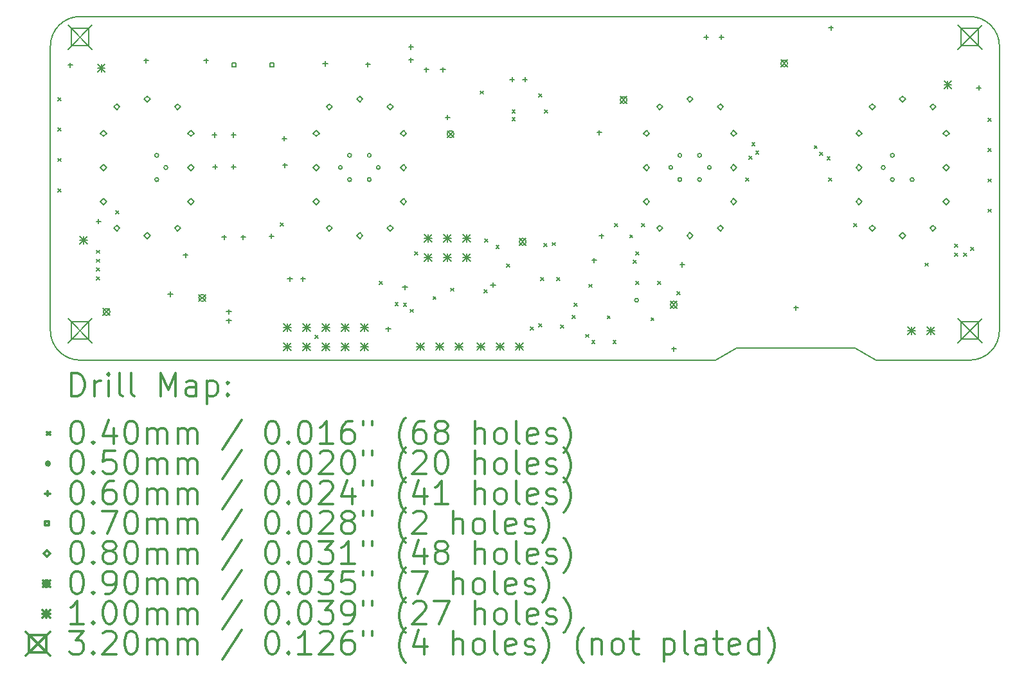
<source format=gbr>
%FSLAX45Y45*%
G04 Gerber Fmt 4.5, Leading zero omitted, Abs format (unit mm)*
G04 Created by KiCad (PCBNEW (5.0.0)) date 01/17/19 09:26:13*
%MOMM*%
%LPD*%
G01*
G04 APERTURE LIST*
%ADD10C,0.150000*%
%ADD11C,0.200000*%
%ADD12C,0.300000*%
G04 APERTURE END LIST*
D10*
X12110000Y4530000D02*
X12100000Y4530000D01*
X12110000Y0D02*
X12100000Y0D01*
X0Y1870000D02*
X0Y390000D01*
X0Y4140000D02*
X0Y3700000D01*
X12100000Y4530000D02*
X390000Y4530000D01*
X12500000Y4140000D02*
X12500000Y2580000D01*
X12100000Y0D02*
X10880000Y0D01*
X12500000Y390000D02*
X12500000Y2580000D01*
X390000Y4530000D02*
G75*
G03X0Y4140000I0J-390000D01*
G01*
X12500000Y4140000D02*
G75*
G03X12110000Y4530000I-390000J0D01*
G01*
X12110000Y0D02*
G75*
G03X12500000Y390000I0J390000D01*
G01*
X0Y390000D02*
G75*
G03X390000Y0I390000J0D01*
G01*
X8760000Y0D02*
X390000Y0D01*
X9040000Y160000D02*
X8760000Y0D01*
X10600000Y160000D02*
X9040000Y160000D01*
X10880000Y0D02*
X10600000Y160000D01*
X0Y3700000D02*
X0Y1870000D01*
D11*
X100000Y3460000D02*
X140000Y3420000D01*
X140000Y3460000D02*
X100000Y3420000D01*
X100000Y3060000D02*
X140000Y3020000D01*
X140000Y3060000D02*
X100000Y3020000D01*
X100000Y2660000D02*
X140000Y2620000D01*
X140000Y2660000D02*
X100000Y2620000D01*
X100000Y2260000D02*
X140000Y2220000D01*
X140000Y2260000D02*
X100000Y2220000D01*
X605000Y1450000D02*
X645000Y1410000D01*
X645000Y1450000D02*
X605000Y1410000D01*
X605000Y1330000D02*
X645000Y1290000D01*
X645000Y1330000D02*
X605000Y1290000D01*
X605000Y1215000D02*
X645000Y1175000D01*
X645000Y1215000D02*
X605000Y1175000D01*
X605000Y1100000D02*
X645000Y1060000D01*
X645000Y1100000D02*
X605000Y1060000D01*
X860000Y1970000D02*
X900000Y1930000D01*
X900000Y1970000D02*
X860000Y1930000D01*
X3030000Y1810000D02*
X3070000Y1770000D01*
X3070000Y1810000D02*
X3030000Y1770000D01*
X3487500Y327500D02*
X3527500Y287500D01*
X3527500Y327500D02*
X3487500Y287500D01*
X4330000Y1040000D02*
X4370000Y1000000D01*
X4370000Y1040000D02*
X4330000Y1000000D01*
X4540000Y760000D02*
X4580000Y720000D01*
X4580000Y760000D02*
X4540000Y720000D01*
X4650000Y750000D02*
X4690000Y710000D01*
X4690000Y750000D02*
X4650000Y710000D01*
X4740000Y670000D02*
X4780000Y630000D01*
X4780000Y670000D02*
X4740000Y630000D01*
X4800000Y1430000D02*
X4840000Y1390000D01*
X4840000Y1430000D02*
X4800000Y1390000D01*
X5040000Y840000D02*
X5080000Y800000D01*
X5080000Y840000D02*
X5040000Y800000D01*
X5270000Y950000D02*
X5310000Y910000D01*
X5310000Y950000D02*
X5270000Y910000D01*
X5660000Y3550000D02*
X5700000Y3510000D01*
X5700000Y3550000D02*
X5660000Y3510000D01*
X5710000Y930000D02*
X5750000Y890000D01*
X5750000Y930000D02*
X5710000Y890000D01*
X5720000Y1600000D02*
X5760000Y1560000D01*
X5760000Y1600000D02*
X5720000Y1560000D01*
X5870000Y1510000D02*
X5910000Y1470000D01*
X5910000Y1510000D02*
X5870000Y1470000D01*
X6010000Y1270000D02*
X6050000Y1230000D01*
X6050000Y1270000D02*
X6010000Y1230000D01*
X6320000Y440000D02*
X6360000Y400000D01*
X6360000Y440000D02*
X6320000Y400000D01*
X6430000Y3510000D02*
X6470000Y3470000D01*
X6470000Y3510000D02*
X6430000Y3470000D01*
X6430000Y480000D02*
X6470000Y440000D01*
X6470000Y480000D02*
X6430000Y440000D01*
X6500000Y1540000D02*
X6540000Y1500000D01*
X6540000Y1540000D02*
X6500000Y1500000D01*
X6510000Y3300000D02*
X6550000Y3260000D01*
X6550000Y3300000D02*
X6510000Y3260000D01*
X6610000Y1550000D02*
X6650000Y1510000D01*
X6650000Y1550000D02*
X6610000Y1510000D01*
X6720000Y460000D02*
X6760000Y420000D01*
X6760000Y460000D02*
X6720000Y420000D01*
X6870000Y590000D02*
X6910000Y550000D01*
X6910000Y590000D02*
X6870000Y550000D01*
X6899999Y750000D02*
X6939999Y710000D01*
X6939999Y750000D02*
X6899999Y710000D01*
X7050000Y340000D02*
X7090000Y300000D01*
X7090000Y340000D02*
X7050000Y300000D01*
X7090000Y1000000D02*
X7130000Y960000D01*
X7130000Y1000000D02*
X7090000Y960000D01*
X7130000Y260000D02*
X7170000Y220000D01*
X7170000Y260000D02*
X7130000Y220000D01*
X7335000Y585000D02*
X7375000Y545000D01*
X7375000Y585000D02*
X7335000Y545000D01*
X7410000Y260000D02*
X7450000Y220000D01*
X7450000Y260000D02*
X7410000Y220000D01*
X7430000Y1800000D02*
X7470000Y1760000D01*
X7470000Y1800000D02*
X7430000Y1760000D01*
X7630000Y1652500D02*
X7670000Y1612500D01*
X7670000Y1652500D02*
X7630000Y1612500D01*
X7680000Y1320000D02*
X7720000Y1280000D01*
X7720000Y1320000D02*
X7680000Y1280000D01*
X7710000Y1430000D02*
X7750000Y1390000D01*
X7750000Y1430000D02*
X7710000Y1390000D01*
X7710000Y1040000D02*
X7750000Y1000000D01*
X7750000Y1040000D02*
X7710000Y1000000D01*
X7790000Y1800000D02*
X7830000Y1760000D01*
X7830000Y1800000D02*
X7790000Y1760000D01*
X7910000Y560000D02*
X7950000Y520000D01*
X7950000Y560000D02*
X7910000Y520000D01*
X8000000Y1040000D02*
X8040000Y1000000D01*
X8040000Y1040000D02*
X8000000Y1000000D01*
X8250000Y900000D02*
X8290000Y860000D01*
X8290000Y900000D02*
X8250000Y860000D01*
X9160000Y2400000D02*
X9200000Y2360000D01*
X9200000Y2400000D02*
X9160000Y2360000D01*
X9200000Y2690000D02*
X9240000Y2650000D01*
X9240000Y2690000D02*
X9200000Y2650000D01*
X9240000Y2870000D02*
X9280000Y2830000D01*
X9280000Y2870000D02*
X9240000Y2830000D01*
X9290000Y2760000D02*
X9330000Y2720000D01*
X9330000Y2760000D02*
X9290000Y2720000D01*
X10060000Y2830000D02*
X10100000Y2790000D01*
X10100000Y2830000D02*
X10060000Y2790000D01*
X10130000Y2740000D02*
X10170000Y2700000D01*
X10170000Y2740000D02*
X10130000Y2700000D01*
X10230000Y2680000D02*
X10270000Y2640000D01*
X10270000Y2680000D02*
X10230000Y2640000D01*
X10250000Y2400000D02*
X10290000Y2360000D01*
X10290000Y2400000D02*
X10250000Y2360000D01*
X10580000Y1800000D02*
X10620000Y1760000D01*
X10620000Y1800000D02*
X10580000Y1760000D01*
X11910000Y1530000D02*
X11950000Y1490000D01*
X11950000Y1530000D02*
X11910000Y1490000D01*
X11910000Y1410000D02*
X11950000Y1370000D01*
X11950000Y1410000D02*
X11910000Y1370000D01*
X12030000Y1410000D02*
X12070000Y1370000D01*
X12070000Y1410000D02*
X12030000Y1370000D01*
X12120000Y1490000D02*
X12160000Y1450000D01*
X12160000Y1490000D02*
X12120000Y1450000D01*
X12350000Y3190000D02*
X12390000Y3150000D01*
X12390000Y3190000D02*
X12350000Y3150000D01*
X12350000Y2790000D02*
X12390000Y2750000D01*
X12390000Y2790000D02*
X12350000Y2750000D01*
X12350000Y2390000D02*
X12390000Y2350000D01*
X12390000Y2390000D02*
X12350000Y2350000D01*
X12350000Y1990000D02*
X12390000Y1950000D01*
X12390000Y1990000D02*
X12350000Y1950000D01*
X6670000Y1090000D02*
X6710000Y1050000D01*
X6710000Y1090000D02*
X6670000Y1050000D01*
X6080000Y3200000D02*
X6120000Y3160000D01*
X6120000Y3200000D02*
X6080000Y3160000D01*
X6080000Y3300000D02*
X6120000Y3260000D01*
X6120000Y3300000D02*
X6080000Y3260000D01*
X11520000Y1280000D02*
X11560000Y1240000D01*
X11560000Y1280000D02*
X11520000Y1240000D01*
X6460000Y1090000D02*
X6500000Y1050000D01*
X6500000Y1090000D02*
X6460000Y1050000D01*
X1425000Y2700000D02*
G75*
G03X1425000Y2700000I-25000J0D01*
G01*
X1425000Y2380000D02*
G75*
G03X1425000Y2380000I-25000J0D01*
G01*
X1545000Y2540000D02*
G75*
G03X1545000Y2540000I-25000J0D01*
G01*
X3845000Y2540000D02*
G75*
G03X3845000Y2540000I-25000J0D01*
G01*
X3965000Y2700000D02*
G75*
G03X3965000Y2700000I-25000J0D01*
G01*
X3965000Y2380000D02*
G75*
G03X3965000Y2380000I-25000J0D01*
G01*
X4225000Y2700000D02*
G75*
G03X4225000Y2700000I-25000J0D01*
G01*
X4225000Y2380000D02*
G75*
G03X4225000Y2380000I-25000J0D01*
G01*
X4345000Y2540000D02*
G75*
G03X4345000Y2540000I-25000J0D01*
G01*
X8195000Y2540000D02*
G75*
G03X8195000Y2540000I-25000J0D01*
G01*
X8315000Y2700000D02*
G75*
G03X8315000Y2700000I-25000J0D01*
G01*
X8315000Y2380000D02*
G75*
G03X8315000Y2380000I-25000J0D01*
G01*
X8575000Y2700000D02*
G75*
G03X8575000Y2700000I-25000J0D01*
G01*
X8575000Y2380000D02*
G75*
G03X8575000Y2380000I-25000J0D01*
G01*
X8705000Y2540000D02*
G75*
G03X8705000Y2540000I-25000J0D01*
G01*
X10995000Y2540000D02*
G75*
G03X10995000Y2540000I-25000J0D01*
G01*
X11115000Y2700000D02*
G75*
G03X11115000Y2700000I-25000J0D01*
G01*
X11115000Y2380000D02*
G75*
G03X11115000Y2380000I-25000J0D01*
G01*
X11375000Y2380000D02*
G75*
G03X11375000Y2380000I-25000J0D01*
G01*
X7745000Y790000D02*
G75*
G03X7745000Y790000I-25000J0D01*
G01*
X4670000Y990000D02*
X4670000Y930000D01*
X4640000Y960000D02*
X4700000Y960000D01*
X1260000Y3980000D02*
X1260000Y3920000D01*
X1230000Y3950000D02*
X1290000Y3950000D01*
X4180000Y3930000D02*
X4180000Y3870000D01*
X4150000Y3900000D02*
X4210000Y3900000D01*
X3620000Y3940000D02*
X3620000Y3880000D01*
X3590000Y3910000D02*
X3650000Y3910000D01*
X6080000Y3730000D02*
X6080000Y3670000D01*
X6050000Y3700000D02*
X6110000Y3700000D01*
X3155000Y1100000D02*
X3155000Y1040000D01*
X3125000Y1070000D02*
X3185000Y1070000D01*
X3325000Y1100000D02*
X3325000Y1040000D01*
X3295000Y1070000D02*
X3355000Y1070000D01*
X9820000Y720000D02*
X9820000Y660000D01*
X9790000Y690000D02*
X9850000Y690000D01*
X7260000Y1670000D02*
X7260000Y1610000D01*
X7230000Y1640000D02*
X7290000Y1640000D01*
X2410000Y2580000D02*
X2410000Y2520000D01*
X2380000Y2550000D02*
X2440000Y2550000D01*
X1580000Y900000D02*
X1580000Y840000D01*
X1550000Y870000D02*
X1610000Y870000D01*
X2350000Y550000D02*
X2350000Y490000D01*
X2320000Y520000D02*
X2380000Y520000D01*
X7160000Y1347500D02*
X7160000Y1287500D01*
X7130000Y1317500D02*
X7190000Y1317500D01*
X3090000Y2600000D02*
X3090000Y2540000D01*
X3060000Y2570000D02*
X3120000Y2570000D01*
X4950000Y3860000D02*
X4950000Y3800000D01*
X4920000Y3830000D02*
X4980000Y3830000D01*
X8640000Y4290000D02*
X8640000Y4230000D01*
X8610000Y4260000D02*
X8670000Y4260000D01*
X10280000Y4410000D02*
X10280000Y4350000D01*
X10250000Y4380000D02*
X10310000Y4380000D01*
X1780000Y1415000D02*
X1780000Y1355000D01*
X1750000Y1385000D02*
X1810000Y1385000D01*
X4750000Y3990000D02*
X4750000Y3930000D01*
X4720000Y3960000D02*
X4780000Y3960000D01*
X2050000Y3980000D02*
X2050000Y3920000D01*
X2020000Y3950000D02*
X2080000Y3950000D01*
X6250000Y3730000D02*
X6250000Y3670000D01*
X6220000Y3700000D02*
X6280000Y3700000D01*
X5830000Y1020000D02*
X5830000Y960000D01*
X5800000Y990000D02*
X5860000Y990000D01*
X2910000Y1665000D02*
X2910000Y1605000D01*
X2880000Y1635000D02*
X2940000Y1635000D01*
X2160000Y3000000D02*
X2160000Y2940000D01*
X2130000Y2970000D02*
X2190000Y2970000D01*
X260000Y3920000D02*
X260000Y3860000D01*
X230000Y3890000D02*
X290000Y3890000D01*
X5230000Y3230000D02*
X5230000Y3170000D01*
X5200000Y3200000D02*
X5260000Y3200000D01*
X8210000Y180000D02*
X8210000Y120000D01*
X8180000Y150000D02*
X8240000Y150000D01*
X2540000Y1650000D02*
X2540000Y1590000D01*
X2510000Y1620000D02*
X2570000Y1620000D01*
X2290000Y1650000D02*
X2290000Y1590000D01*
X2260000Y1620000D02*
X2320000Y1620000D01*
X2410000Y3000000D02*
X2410000Y2940000D01*
X2380000Y2970000D02*
X2440000Y2970000D01*
X635000Y1860000D02*
X635000Y1800000D01*
X605000Y1830000D02*
X665000Y1830000D01*
X8840000Y4290000D02*
X8840000Y4230000D01*
X8810000Y4260000D02*
X8870000Y4260000D01*
X4450000Y440000D02*
X4450000Y380000D01*
X4420000Y410000D02*
X4480000Y410000D01*
X8320000Y1290000D02*
X8320000Y1230000D01*
X8290000Y1260000D02*
X8350000Y1260000D01*
X3080000Y2950000D02*
X3080000Y2890000D01*
X3050000Y2920000D02*
X3110000Y2920000D01*
X5170000Y3860000D02*
X5170000Y3800000D01*
X5140000Y3830000D02*
X5200000Y3830000D01*
X7230000Y3030000D02*
X7230000Y2970000D01*
X7200000Y3000000D02*
X7260000Y3000000D01*
X2350000Y670000D02*
X2350000Y610000D01*
X2320000Y640000D02*
X2380000Y640000D01*
X4750000Y4160000D02*
X4750000Y4100000D01*
X4720000Y4130000D02*
X4780000Y4130000D01*
X2170000Y2580000D02*
X2170000Y2520000D01*
X2140000Y2550000D02*
X2200000Y2550000D01*
X12230000Y3620000D02*
X12230000Y3560000D01*
X12200000Y3590000D02*
X12260000Y3590000D01*
X2444749Y3865251D02*
X2444749Y3914749D01*
X2395251Y3914749D01*
X2395251Y3865251D01*
X2444749Y3865251D01*
X2944749Y3865251D02*
X2944749Y3914749D01*
X2895251Y3914749D01*
X2895251Y3865251D01*
X2944749Y3865251D01*
X10650000Y2950000D02*
X10690000Y2990000D01*
X10650000Y3030000D01*
X10610000Y2990000D01*
X10650000Y2950000D01*
X10650000Y2500000D02*
X10690000Y2540000D01*
X10650000Y2580000D01*
X10610000Y2540000D01*
X10650000Y2500000D01*
X10650000Y2050000D02*
X10690000Y2090000D01*
X10650000Y2130000D01*
X10610000Y2090000D01*
X10650000Y2050000D01*
X10825000Y3300000D02*
X10865000Y3340000D01*
X10825000Y3380000D01*
X10785000Y3340000D01*
X10825000Y3300000D01*
X10825000Y1700000D02*
X10865000Y1740000D01*
X10825000Y1780000D01*
X10785000Y1740000D01*
X10825000Y1700000D01*
X11225000Y3400000D02*
X11265000Y3440000D01*
X11225000Y3480000D01*
X11185000Y3440000D01*
X11225000Y3400000D01*
X11225000Y1600000D02*
X11265000Y1640000D01*
X11225000Y1680000D01*
X11185000Y1640000D01*
X11225000Y1600000D01*
X11625000Y3300000D02*
X11665000Y3340000D01*
X11625000Y3380000D01*
X11585000Y3340000D01*
X11625000Y3300000D01*
X11625000Y1700000D02*
X11665000Y1740000D01*
X11625000Y1780000D01*
X11585000Y1740000D01*
X11625000Y1700000D01*
X11800000Y2950000D02*
X11840000Y2990000D01*
X11800000Y3030000D01*
X11760000Y2990000D01*
X11800000Y2950000D01*
X11800000Y2500000D02*
X11840000Y2540000D01*
X11800000Y2580000D01*
X11760000Y2540000D01*
X11800000Y2500000D01*
X11800000Y2050000D02*
X11840000Y2090000D01*
X11800000Y2130000D01*
X11760000Y2090000D01*
X11800000Y2050000D01*
X7850000Y2950000D02*
X7890000Y2990000D01*
X7850000Y3030000D01*
X7810000Y2990000D01*
X7850000Y2950000D01*
X7850000Y2500000D02*
X7890000Y2540000D01*
X7850000Y2580000D01*
X7810000Y2540000D01*
X7850000Y2500000D01*
X7850000Y2050000D02*
X7890000Y2090000D01*
X7850000Y2130000D01*
X7810000Y2090000D01*
X7850000Y2050000D01*
X8025000Y3300000D02*
X8065000Y3340000D01*
X8025000Y3380000D01*
X7985000Y3340000D01*
X8025000Y3300000D01*
X8025000Y1700000D02*
X8065000Y1740000D01*
X8025000Y1780000D01*
X7985000Y1740000D01*
X8025000Y1700000D01*
X8425000Y3400000D02*
X8465000Y3440000D01*
X8425000Y3480000D01*
X8385000Y3440000D01*
X8425000Y3400000D01*
X8425000Y1600000D02*
X8465000Y1640000D01*
X8425000Y1680000D01*
X8385000Y1640000D01*
X8425000Y1600000D01*
X8825000Y3300000D02*
X8865000Y3340000D01*
X8825000Y3380000D01*
X8785000Y3340000D01*
X8825000Y3300000D01*
X8825000Y1700000D02*
X8865000Y1740000D01*
X8825000Y1780000D01*
X8785000Y1740000D01*
X8825000Y1700000D01*
X9000000Y2950000D02*
X9040000Y2990000D01*
X9000000Y3030000D01*
X8960000Y2990000D01*
X9000000Y2950000D01*
X9000000Y2500000D02*
X9040000Y2540000D01*
X9000000Y2580000D01*
X8960000Y2540000D01*
X9000000Y2500000D01*
X9000000Y2050000D02*
X9040000Y2090000D01*
X9000000Y2130000D01*
X8960000Y2090000D01*
X9000000Y2050000D01*
X700000Y2950000D02*
X740000Y2990000D01*
X700000Y3030000D01*
X660000Y2990000D01*
X700000Y2950000D01*
X700000Y2500000D02*
X740000Y2540000D01*
X700000Y2580000D01*
X660000Y2540000D01*
X700000Y2500000D01*
X700000Y2050000D02*
X740000Y2090000D01*
X700000Y2130000D01*
X660000Y2090000D01*
X700000Y2050000D01*
X875000Y3300000D02*
X915000Y3340000D01*
X875000Y3380000D01*
X835000Y3340000D01*
X875000Y3300000D01*
X875000Y1700000D02*
X915000Y1740000D01*
X875000Y1780000D01*
X835000Y1740000D01*
X875000Y1700000D01*
X1275000Y3400000D02*
X1315000Y3440000D01*
X1275000Y3480000D01*
X1235000Y3440000D01*
X1275000Y3400000D01*
X1275000Y1600000D02*
X1315000Y1640000D01*
X1275000Y1680000D01*
X1235000Y1640000D01*
X1275000Y1600000D01*
X1675000Y3300000D02*
X1715000Y3340000D01*
X1675000Y3380000D01*
X1635000Y3340000D01*
X1675000Y3300000D01*
X1675000Y1700000D02*
X1715000Y1740000D01*
X1675000Y1780000D01*
X1635000Y1740000D01*
X1675000Y1700000D01*
X1850000Y2950000D02*
X1890000Y2990000D01*
X1850000Y3030000D01*
X1810000Y2990000D01*
X1850000Y2950000D01*
X1850000Y2500000D02*
X1890000Y2540000D01*
X1850000Y2580000D01*
X1810000Y2540000D01*
X1850000Y2500000D01*
X1850000Y2050000D02*
X1890000Y2090000D01*
X1850000Y2130000D01*
X1810000Y2090000D01*
X1850000Y2050000D01*
X3500000Y2950000D02*
X3540000Y2990000D01*
X3500000Y3030000D01*
X3460000Y2990000D01*
X3500000Y2950000D01*
X3500000Y2500000D02*
X3540000Y2540000D01*
X3500000Y2580000D01*
X3460000Y2540000D01*
X3500000Y2500000D01*
X3500000Y2050000D02*
X3540000Y2090000D01*
X3500000Y2130000D01*
X3460000Y2090000D01*
X3500000Y2050000D01*
X3675000Y3300000D02*
X3715000Y3340000D01*
X3675000Y3380000D01*
X3635000Y3340000D01*
X3675000Y3300000D01*
X3675000Y1700000D02*
X3715000Y1740000D01*
X3675000Y1780000D01*
X3635000Y1740000D01*
X3675000Y1700000D01*
X4075000Y3400000D02*
X4115000Y3440000D01*
X4075000Y3480000D01*
X4035000Y3440000D01*
X4075000Y3400000D01*
X4075000Y1600000D02*
X4115000Y1640000D01*
X4075000Y1680000D01*
X4035000Y1640000D01*
X4075000Y1600000D01*
X4475000Y3300000D02*
X4515000Y3340000D01*
X4475000Y3380000D01*
X4435000Y3340000D01*
X4475000Y3300000D01*
X4475000Y1700000D02*
X4515000Y1740000D01*
X4475000Y1780000D01*
X4435000Y1740000D01*
X4475000Y1700000D01*
X4650000Y2950000D02*
X4690000Y2990000D01*
X4650000Y3030000D01*
X4610000Y2990000D01*
X4650000Y2950000D01*
X4650000Y2500000D02*
X4690000Y2540000D01*
X4650000Y2580000D01*
X4610000Y2540000D01*
X4650000Y2500000D01*
X4650000Y2050000D02*
X4690000Y2090000D01*
X4650000Y2130000D01*
X4610000Y2090000D01*
X4650000Y2050000D01*
X1955000Y865000D02*
X2045000Y775000D01*
X2045000Y865000D02*
X1955000Y775000D01*
X2045000Y820000D02*
G75*
G03X2045000Y820000I-45000J0D01*
G01*
X5225000Y3025000D02*
X5315000Y2935000D01*
X5315000Y3025000D02*
X5225000Y2935000D01*
X5315000Y2980000D02*
G75*
G03X5315000Y2980000I-45000J0D01*
G01*
X8165000Y775000D02*
X8255000Y685000D01*
X8255000Y775000D02*
X8165000Y685000D01*
X8255000Y730000D02*
G75*
G03X8255000Y730000I-45000J0D01*
G01*
X9620000Y3957500D02*
X9710000Y3867500D01*
X9710000Y3957500D02*
X9620000Y3867500D01*
X9710000Y3912500D02*
G75*
G03X9710000Y3912500I-45000J0D01*
G01*
X6175000Y1605000D02*
X6265000Y1515000D01*
X6265000Y1605000D02*
X6175000Y1515000D01*
X6265000Y1560000D02*
G75*
G03X6265000Y1560000I-45000J0D01*
G01*
X695000Y680000D02*
X785000Y590000D01*
X785000Y680000D02*
X695000Y590000D01*
X785000Y635000D02*
G75*
G03X785000Y635000I-45000J0D01*
G01*
X7505000Y3475000D02*
X7595000Y3385000D01*
X7595000Y3475000D02*
X7505000Y3385000D01*
X7595000Y3430000D02*
G75*
G03X7595000Y3430000I-45000J0D01*
G01*
X390000Y1630000D02*
X490000Y1530000D01*
X490000Y1630000D02*
X390000Y1530000D01*
X440000Y1630000D02*
X440000Y1530000D01*
X390000Y1580000D02*
X490000Y1580000D01*
X620000Y3900000D02*
X720000Y3800000D01*
X720000Y3900000D02*
X620000Y3800000D01*
X670000Y3900000D02*
X670000Y3800000D01*
X620000Y3850000D02*
X720000Y3850000D01*
X11770000Y3680000D02*
X11870000Y3580000D01*
X11870000Y3680000D02*
X11770000Y3580000D01*
X11820000Y3680000D02*
X11820000Y3580000D01*
X11770000Y3630000D02*
X11870000Y3630000D01*
X4826000Y230000D02*
X4926000Y130000D01*
X4926000Y230000D02*
X4826000Y130000D01*
X4876000Y230000D02*
X4876000Y130000D01*
X4826000Y180000D02*
X4926000Y180000D01*
X5080000Y230000D02*
X5180000Y130000D01*
X5180000Y230000D02*
X5080000Y130000D01*
X5130000Y230000D02*
X5130000Y130000D01*
X5080000Y180000D02*
X5180000Y180000D01*
X5334000Y230000D02*
X5434000Y130000D01*
X5434000Y230000D02*
X5334000Y130000D01*
X5384000Y230000D02*
X5384000Y130000D01*
X5334000Y180000D02*
X5434000Y180000D01*
X4926000Y1657000D02*
X5026000Y1557000D01*
X5026000Y1657000D02*
X4926000Y1557000D01*
X4976000Y1657000D02*
X4976000Y1557000D01*
X4926000Y1607000D02*
X5026000Y1607000D01*
X4926000Y1403000D02*
X5026000Y1303000D01*
X5026000Y1403000D02*
X4926000Y1303000D01*
X4976000Y1403000D02*
X4976000Y1303000D01*
X4926000Y1353000D02*
X5026000Y1353000D01*
X5180000Y1657000D02*
X5280000Y1557000D01*
X5280000Y1657000D02*
X5180000Y1557000D01*
X5230000Y1657000D02*
X5230000Y1557000D01*
X5180000Y1607000D02*
X5280000Y1607000D01*
X5180000Y1403000D02*
X5280000Y1303000D01*
X5280000Y1403000D02*
X5180000Y1303000D01*
X5230000Y1403000D02*
X5230000Y1303000D01*
X5180000Y1353000D02*
X5280000Y1353000D01*
X5434000Y1657000D02*
X5534000Y1557000D01*
X5534000Y1657000D02*
X5434000Y1557000D01*
X5484000Y1657000D02*
X5484000Y1557000D01*
X5434000Y1607000D02*
X5534000Y1607000D01*
X5434000Y1403000D02*
X5534000Y1303000D01*
X5534000Y1403000D02*
X5434000Y1303000D01*
X5484000Y1403000D02*
X5484000Y1303000D01*
X5434000Y1353000D02*
X5534000Y1353000D01*
X3072000Y477000D02*
X3172000Y377000D01*
X3172000Y477000D02*
X3072000Y377000D01*
X3122000Y477000D02*
X3122000Y377000D01*
X3072000Y427000D02*
X3172000Y427000D01*
X3072000Y223000D02*
X3172000Y123000D01*
X3172000Y223000D02*
X3072000Y123000D01*
X3122000Y223000D02*
X3122000Y123000D01*
X3072000Y173000D02*
X3172000Y173000D01*
X3326000Y477000D02*
X3426000Y377000D01*
X3426000Y477000D02*
X3326000Y377000D01*
X3376000Y477000D02*
X3376000Y377000D01*
X3326000Y427000D02*
X3426000Y427000D01*
X3326000Y223000D02*
X3426000Y123000D01*
X3426000Y223000D02*
X3326000Y123000D01*
X3376000Y223000D02*
X3376000Y123000D01*
X3326000Y173000D02*
X3426000Y173000D01*
X3580000Y477000D02*
X3680000Y377000D01*
X3680000Y477000D02*
X3580000Y377000D01*
X3630000Y477000D02*
X3630000Y377000D01*
X3580000Y427000D02*
X3680000Y427000D01*
X3580000Y223000D02*
X3680000Y123000D01*
X3680000Y223000D02*
X3580000Y123000D01*
X3630000Y223000D02*
X3630000Y123000D01*
X3580000Y173000D02*
X3680000Y173000D01*
X3834000Y477000D02*
X3934000Y377000D01*
X3934000Y477000D02*
X3834000Y377000D01*
X3884000Y477000D02*
X3884000Y377000D01*
X3834000Y427000D02*
X3934000Y427000D01*
X3834000Y223000D02*
X3934000Y123000D01*
X3934000Y223000D02*
X3834000Y123000D01*
X3884000Y223000D02*
X3884000Y123000D01*
X3834000Y173000D02*
X3934000Y173000D01*
X4088000Y477000D02*
X4188000Y377000D01*
X4188000Y477000D02*
X4088000Y377000D01*
X4138000Y477000D02*
X4138000Y377000D01*
X4088000Y427000D02*
X4188000Y427000D01*
X4088000Y223000D02*
X4188000Y123000D01*
X4188000Y223000D02*
X4088000Y123000D01*
X4138000Y223000D02*
X4138000Y123000D01*
X4088000Y173000D02*
X4188000Y173000D01*
X5616000Y230000D02*
X5716000Y130000D01*
X5716000Y230000D02*
X5616000Y130000D01*
X5666000Y230000D02*
X5666000Y130000D01*
X5616000Y180000D02*
X5716000Y180000D01*
X5870000Y230000D02*
X5970000Y130000D01*
X5970000Y230000D02*
X5870000Y130000D01*
X5920000Y230000D02*
X5920000Y130000D01*
X5870000Y180000D02*
X5970000Y180000D01*
X6124000Y230000D02*
X6224000Y130000D01*
X6224000Y230000D02*
X6124000Y130000D01*
X6174000Y230000D02*
X6174000Y130000D01*
X6124000Y180000D02*
X6224000Y180000D01*
X11293000Y440000D02*
X11393000Y340000D01*
X11393000Y440000D02*
X11293000Y340000D01*
X11343000Y440000D02*
X11343000Y340000D01*
X11293000Y390000D02*
X11393000Y390000D01*
X11547000Y440000D02*
X11647000Y340000D01*
X11647000Y440000D02*
X11547000Y340000D01*
X11597000Y440000D02*
X11597000Y340000D01*
X11547000Y390000D02*
X11647000Y390000D01*
X230000Y550000D02*
X550000Y230000D01*
X550000Y550000D02*
X230000Y230000D01*
X503138Y276862D02*
X503138Y503138D01*
X276862Y503138D01*
X276862Y276862D01*
X503138Y276862D01*
X11950000Y4420000D02*
X12270000Y4100000D01*
X12270000Y4420000D02*
X11950000Y4100000D01*
X12223138Y4146862D02*
X12223138Y4373138D01*
X11996862Y4373138D01*
X11996862Y4146862D01*
X12223138Y4146862D01*
X11950000Y550000D02*
X12270000Y230000D01*
X12270000Y550000D02*
X11950000Y230000D01*
X12223138Y276862D02*
X12223138Y503138D01*
X11996862Y503138D01*
X11996862Y276862D01*
X12223138Y276862D01*
X230000Y4420000D02*
X550000Y4100000D01*
X550000Y4420000D02*
X230000Y4100000D01*
X503138Y4146862D02*
X503138Y4373138D01*
X276862Y4373138D01*
X276862Y4146862D01*
X503138Y4146862D01*
D12*
X278928Y-473214D02*
X278928Y-173214D01*
X350357Y-173214D01*
X393214Y-187500D01*
X421786Y-216071D01*
X436071Y-244643D01*
X450357Y-301786D01*
X450357Y-344643D01*
X436071Y-401786D01*
X421786Y-430357D01*
X393214Y-458929D01*
X350357Y-473214D01*
X278928Y-473214D01*
X578928Y-473214D02*
X578928Y-273214D01*
X578928Y-330357D02*
X593214Y-301786D01*
X607500Y-287500D01*
X636071Y-273214D01*
X664643Y-273214D01*
X764643Y-473214D02*
X764643Y-273214D01*
X764643Y-173214D02*
X750357Y-187500D01*
X764643Y-201786D01*
X778928Y-187500D01*
X764643Y-173214D01*
X764643Y-201786D01*
X950357Y-473214D02*
X921786Y-458929D01*
X907500Y-430357D01*
X907500Y-173214D01*
X1107500Y-473214D02*
X1078928Y-458929D01*
X1064643Y-430357D01*
X1064643Y-173214D01*
X1450357Y-473214D02*
X1450357Y-173214D01*
X1550357Y-387500D01*
X1650357Y-173214D01*
X1650357Y-473214D01*
X1921786Y-473214D02*
X1921786Y-316072D01*
X1907500Y-287500D01*
X1878928Y-273214D01*
X1821786Y-273214D01*
X1793214Y-287500D01*
X1921786Y-458929D02*
X1893214Y-473214D01*
X1821786Y-473214D01*
X1793214Y-458929D01*
X1778928Y-430357D01*
X1778928Y-401786D01*
X1793214Y-373214D01*
X1821786Y-358929D01*
X1893214Y-358929D01*
X1921786Y-344643D01*
X2064643Y-273214D02*
X2064643Y-573214D01*
X2064643Y-287500D02*
X2093214Y-273214D01*
X2150357Y-273214D01*
X2178928Y-287500D01*
X2193214Y-301786D01*
X2207500Y-330357D01*
X2207500Y-416071D01*
X2193214Y-444643D01*
X2178928Y-458929D01*
X2150357Y-473214D01*
X2093214Y-473214D01*
X2064643Y-458929D01*
X2336071Y-444643D02*
X2350357Y-458929D01*
X2336071Y-473214D01*
X2321786Y-458929D01*
X2336071Y-444643D01*
X2336071Y-473214D01*
X2336071Y-287500D02*
X2350357Y-301786D01*
X2336071Y-316072D01*
X2321786Y-301786D01*
X2336071Y-287500D01*
X2336071Y-316072D01*
X-47500Y-947500D02*
X-7500Y-987500D01*
X-7500Y-947500D02*
X-47500Y-987500D01*
X336071Y-803214D02*
X364643Y-803214D01*
X393214Y-817500D01*
X407500Y-831786D01*
X421786Y-860357D01*
X436071Y-917500D01*
X436071Y-988929D01*
X421786Y-1046071D01*
X407500Y-1074643D01*
X393214Y-1088929D01*
X364643Y-1103214D01*
X336071Y-1103214D01*
X307500Y-1088929D01*
X293214Y-1074643D01*
X278928Y-1046071D01*
X264643Y-988929D01*
X264643Y-917500D01*
X278928Y-860357D01*
X293214Y-831786D01*
X307500Y-817500D01*
X336071Y-803214D01*
X564643Y-1074643D02*
X578928Y-1088929D01*
X564643Y-1103214D01*
X550357Y-1088929D01*
X564643Y-1074643D01*
X564643Y-1103214D01*
X836071Y-903214D02*
X836071Y-1103214D01*
X764643Y-788929D02*
X693214Y-1003214D01*
X878928Y-1003214D01*
X1050357Y-803214D02*
X1078928Y-803214D01*
X1107500Y-817500D01*
X1121786Y-831786D01*
X1136071Y-860357D01*
X1150357Y-917500D01*
X1150357Y-988929D01*
X1136071Y-1046071D01*
X1121786Y-1074643D01*
X1107500Y-1088929D01*
X1078928Y-1103214D01*
X1050357Y-1103214D01*
X1021786Y-1088929D01*
X1007500Y-1074643D01*
X993214Y-1046071D01*
X978928Y-988929D01*
X978928Y-917500D01*
X993214Y-860357D01*
X1007500Y-831786D01*
X1021786Y-817500D01*
X1050357Y-803214D01*
X1278928Y-1103214D02*
X1278928Y-903214D01*
X1278928Y-931786D02*
X1293214Y-917500D01*
X1321786Y-903214D01*
X1364643Y-903214D01*
X1393214Y-917500D01*
X1407500Y-946071D01*
X1407500Y-1103214D01*
X1407500Y-946071D02*
X1421786Y-917500D01*
X1450357Y-903214D01*
X1493214Y-903214D01*
X1521786Y-917500D01*
X1536071Y-946071D01*
X1536071Y-1103214D01*
X1678928Y-1103214D02*
X1678928Y-903214D01*
X1678928Y-931786D02*
X1693214Y-917500D01*
X1721786Y-903214D01*
X1764643Y-903214D01*
X1793214Y-917500D01*
X1807500Y-946071D01*
X1807500Y-1103214D01*
X1807500Y-946071D02*
X1821786Y-917500D01*
X1850357Y-903214D01*
X1893214Y-903214D01*
X1921786Y-917500D01*
X1936071Y-946071D01*
X1936071Y-1103214D01*
X2521786Y-788929D02*
X2264643Y-1174643D01*
X2907500Y-803214D02*
X2936071Y-803214D01*
X2964643Y-817500D01*
X2978928Y-831786D01*
X2993214Y-860357D01*
X3007500Y-917500D01*
X3007500Y-988929D01*
X2993214Y-1046071D01*
X2978928Y-1074643D01*
X2964643Y-1088929D01*
X2936071Y-1103214D01*
X2907500Y-1103214D01*
X2878928Y-1088929D01*
X2864643Y-1074643D01*
X2850357Y-1046071D01*
X2836071Y-988929D01*
X2836071Y-917500D01*
X2850357Y-860357D01*
X2864643Y-831786D01*
X2878928Y-817500D01*
X2907500Y-803214D01*
X3136071Y-1074643D02*
X3150357Y-1088929D01*
X3136071Y-1103214D01*
X3121786Y-1088929D01*
X3136071Y-1074643D01*
X3136071Y-1103214D01*
X3336071Y-803214D02*
X3364643Y-803214D01*
X3393214Y-817500D01*
X3407500Y-831786D01*
X3421786Y-860357D01*
X3436071Y-917500D01*
X3436071Y-988929D01*
X3421786Y-1046071D01*
X3407500Y-1074643D01*
X3393214Y-1088929D01*
X3364643Y-1103214D01*
X3336071Y-1103214D01*
X3307500Y-1088929D01*
X3293214Y-1074643D01*
X3278928Y-1046071D01*
X3264643Y-988929D01*
X3264643Y-917500D01*
X3278928Y-860357D01*
X3293214Y-831786D01*
X3307500Y-817500D01*
X3336071Y-803214D01*
X3721786Y-1103214D02*
X3550357Y-1103214D01*
X3636071Y-1103214D02*
X3636071Y-803214D01*
X3607500Y-846071D01*
X3578928Y-874643D01*
X3550357Y-888929D01*
X3978928Y-803214D02*
X3921786Y-803214D01*
X3893214Y-817500D01*
X3878928Y-831786D01*
X3850357Y-874643D01*
X3836071Y-931786D01*
X3836071Y-1046071D01*
X3850357Y-1074643D01*
X3864643Y-1088929D01*
X3893214Y-1103214D01*
X3950357Y-1103214D01*
X3978928Y-1088929D01*
X3993214Y-1074643D01*
X4007500Y-1046071D01*
X4007500Y-974643D01*
X3993214Y-946071D01*
X3978928Y-931786D01*
X3950357Y-917500D01*
X3893214Y-917500D01*
X3864643Y-931786D01*
X3850357Y-946071D01*
X3836071Y-974643D01*
X4121786Y-803214D02*
X4121786Y-860357D01*
X4236071Y-803214D02*
X4236071Y-860357D01*
X4678928Y-1217500D02*
X4664643Y-1203214D01*
X4636071Y-1160357D01*
X4621786Y-1131786D01*
X4607500Y-1088929D01*
X4593214Y-1017500D01*
X4593214Y-960357D01*
X4607500Y-888929D01*
X4621786Y-846071D01*
X4636071Y-817500D01*
X4664643Y-774643D01*
X4678928Y-760357D01*
X4921786Y-803214D02*
X4864643Y-803214D01*
X4836071Y-817500D01*
X4821786Y-831786D01*
X4793214Y-874643D01*
X4778928Y-931786D01*
X4778928Y-1046071D01*
X4793214Y-1074643D01*
X4807500Y-1088929D01*
X4836071Y-1103214D01*
X4893214Y-1103214D01*
X4921786Y-1088929D01*
X4936071Y-1074643D01*
X4950357Y-1046071D01*
X4950357Y-974643D01*
X4936071Y-946071D01*
X4921786Y-931786D01*
X4893214Y-917500D01*
X4836071Y-917500D01*
X4807500Y-931786D01*
X4793214Y-946071D01*
X4778928Y-974643D01*
X5121786Y-931786D02*
X5093214Y-917500D01*
X5078928Y-903214D01*
X5064643Y-874643D01*
X5064643Y-860357D01*
X5078928Y-831786D01*
X5093214Y-817500D01*
X5121786Y-803214D01*
X5178928Y-803214D01*
X5207500Y-817500D01*
X5221786Y-831786D01*
X5236071Y-860357D01*
X5236071Y-874643D01*
X5221786Y-903214D01*
X5207500Y-917500D01*
X5178928Y-931786D01*
X5121786Y-931786D01*
X5093214Y-946071D01*
X5078928Y-960357D01*
X5064643Y-988929D01*
X5064643Y-1046071D01*
X5078928Y-1074643D01*
X5093214Y-1088929D01*
X5121786Y-1103214D01*
X5178928Y-1103214D01*
X5207500Y-1088929D01*
X5221786Y-1074643D01*
X5236071Y-1046071D01*
X5236071Y-988929D01*
X5221786Y-960357D01*
X5207500Y-946071D01*
X5178928Y-931786D01*
X5593214Y-1103214D02*
X5593214Y-803214D01*
X5721786Y-1103214D02*
X5721786Y-946071D01*
X5707500Y-917500D01*
X5678928Y-903214D01*
X5636071Y-903214D01*
X5607500Y-917500D01*
X5593214Y-931786D01*
X5907500Y-1103214D02*
X5878928Y-1088929D01*
X5864643Y-1074643D01*
X5850357Y-1046071D01*
X5850357Y-960357D01*
X5864643Y-931786D01*
X5878928Y-917500D01*
X5907500Y-903214D01*
X5950357Y-903214D01*
X5978928Y-917500D01*
X5993214Y-931786D01*
X6007500Y-960357D01*
X6007500Y-1046071D01*
X5993214Y-1074643D01*
X5978928Y-1088929D01*
X5950357Y-1103214D01*
X5907500Y-1103214D01*
X6178928Y-1103214D02*
X6150357Y-1088929D01*
X6136071Y-1060357D01*
X6136071Y-803214D01*
X6407500Y-1088929D02*
X6378928Y-1103214D01*
X6321786Y-1103214D01*
X6293214Y-1088929D01*
X6278928Y-1060357D01*
X6278928Y-946071D01*
X6293214Y-917500D01*
X6321786Y-903214D01*
X6378928Y-903214D01*
X6407500Y-917500D01*
X6421786Y-946071D01*
X6421786Y-974643D01*
X6278928Y-1003214D01*
X6536071Y-1088929D02*
X6564643Y-1103214D01*
X6621786Y-1103214D01*
X6650357Y-1088929D01*
X6664643Y-1060357D01*
X6664643Y-1046071D01*
X6650357Y-1017500D01*
X6621786Y-1003214D01*
X6578928Y-1003214D01*
X6550357Y-988929D01*
X6536071Y-960357D01*
X6536071Y-946071D01*
X6550357Y-917500D01*
X6578928Y-903214D01*
X6621786Y-903214D01*
X6650357Y-917500D01*
X6764643Y-1217500D02*
X6778928Y-1203214D01*
X6807500Y-1160357D01*
X6821786Y-1131786D01*
X6836071Y-1088929D01*
X6850357Y-1017500D01*
X6850357Y-960357D01*
X6836071Y-888929D01*
X6821786Y-846071D01*
X6807500Y-817500D01*
X6778928Y-774643D01*
X6764643Y-760357D01*
X-7500Y-1363500D02*
G75*
G03X-7500Y-1363500I-25000J0D01*
G01*
X336071Y-1199214D02*
X364643Y-1199214D01*
X393214Y-1213500D01*
X407500Y-1227786D01*
X421786Y-1256357D01*
X436071Y-1313500D01*
X436071Y-1384929D01*
X421786Y-1442071D01*
X407500Y-1470643D01*
X393214Y-1484929D01*
X364643Y-1499214D01*
X336071Y-1499214D01*
X307500Y-1484929D01*
X293214Y-1470643D01*
X278928Y-1442071D01*
X264643Y-1384929D01*
X264643Y-1313500D01*
X278928Y-1256357D01*
X293214Y-1227786D01*
X307500Y-1213500D01*
X336071Y-1199214D01*
X564643Y-1470643D02*
X578928Y-1484929D01*
X564643Y-1499214D01*
X550357Y-1484929D01*
X564643Y-1470643D01*
X564643Y-1499214D01*
X850357Y-1199214D02*
X707500Y-1199214D01*
X693214Y-1342072D01*
X707500Y-1327786D01*
X736071Y-1313500D01*
X807500Y-1313500D01*
X836071Y-1327786D01*
X850357Y-1342072D01*
X864643Y-1370643D01*
X864643Y-1442071D01*
X850357Y-1470643D01*
X836071Y-1484929D01*
X807500Y-1499214D01*
X736071Y-1499214D01*
X707500Y-1484929D01*
X693214Y-1470643D01*
X1050357Y-1199214D02*
X1078928Y-1199214D01*
X1107500Y-1213500D01*
X1121786Y-1227786D01*
X1136071Y-1256357D01*
X1150357Y-1313500D01*
X1150357Y-1384929D01*
X1136071Y-1442071D01*
X1121786Y-1470643D01*
X1107500Y-1484929D01*
X1078928Y-1499214D01*
X1050357Y-1499214D01*
X1021786Y-1484929D01*
X1007500Y-1470643D01*
X993214Y-1442071D01*
X978928Y-1384929D01*
X978928Y-1313500D01*
X993214Y-1256357D01*
X1007500Y-1227786D01*
X1021786Y-1213500D01*
X1050357Y-1199214D01*
X1278928Y-1499214D02*
X1278928Y-1299214D01*
X1278928Y-1327786D02*
X1293214Y-1313500D01*
X1321786Y-1299214D01*
X1364643Y-1299214D01*
X1393214Y-1313500D01*
X1407500Y-1342072D01*
X1407500Y-1499214D01*
X1407500Y-1342072D02*
X1421786Y-1313500D01*
X1450357Y-1299214D01*
X1493214Y-1299214D01*
X1521786Y-1313500D01*
X1536071Y-1342072D01*
X1536071Y-1499214D01*
X1678928Y-1499214D02*
X1678928Y-1299214D01*
X1678928Y-1327786D02*
X1693214Y-1313500D01*
X1721786Y-1299214D01*
X1764643Y-1299214D01*
X1793214Y-1313500D01*
X1807500Y-1342072D01*
X1807500Y-1499214D01*
X1807500Y-1342072D02*
X1821786Y-1313500D01*
X1850357Y-1299214D01*
X1893214Y-1299214D01*
X1921786Y-1313500D01*
X1936071Y-1342072D01*
X1936071Y-1499214D01*
X2521786Y-1184929D02*
X2264643Y-1570643D01*
X2907500Y-1199214D02*
X2936071Y-1199214D01*
X2964643Y-1213500D01*
X2978928Y-1227786D01*
X2993214Y-1256357D01*
X3007500Y-1313500D01*
X3007500Y-1384929D01*
X2993214Y-1442071D01*
X2978928Y-1470643D01*
X2964643Y-1484929D01*
X2936071Y-1499214D01*
X2907500Y-1499214D01*
X2878928Y-1484929D01*
X2864643Y-1470643D01*
X2850357Y-1442071D01*
X2836071Y-1384929D01*
X2836071Y-1313500D01*
X2850357Y-1256357D01*
X2864643Y-1227786D01*
X2878928Y-1213500D01*
X2907500Y-1199214D01*
X3136071Y-1470643D02*
X3150357Y-1484929D01*
X3136071Y-1499214D01*
X3121786Y-1484929D01*
X3136071Y-1470643D01*
X3136071Y-1499214D01*
X3336071Y-1199214D02*
X3364643Y-1199214D01*
X3393214Y-1213500D01*
X3407500Y-1227786D01*
X3421786Y-1256357D01*
X3436071Y-1313500D01*
X3436071Y-1384929D01*
X3421786Y-1442071D01*
X3407500Y-1470643D01*
X3393214Y-1484929D01*
X3364643Y-1499214D01*
X3336071Y-1499214D01*
X3307500Y-1484929D01*
X3293214Y-1470643D01*
X3278928Y-1442071D01*
X3264643Y-1384929D01*
X3264643Y-1313500D01*
X3278928Y-1256357D01*
X3293214Y-1227786D01*
X3307500Y-1213500D01*
X3336071Y-1199214D01*
X3550357Y-1227786D02*
X3564643Y-1213500D01*
X3593214Y-1199214D01*
X3664643Y-1199214D01*
X3693214Y-1213500D01*
X3707500Y-1227786D01*
X3721786Y-1256357D01*
X3721786Y-1284929D01*
X3707500Y-1327786D01*
X3536071Y-1499214D01*
X3721786Y-1499214D01*
X3907500Y-1199214D02*
X3936071Y-1199214D01*
X3964643Y-1213500D01*
X3978928Y-1227786D01*
X3993214Y-1256357D01*
X4007500Y-1313500D01*
X4007500Y-1384929D01*
X3993214Y-1442071D01*
X3978928Y-1470643D01*
X3964643Y-1484929D01*
X3936071Y-1499214D01*
X3907500Y-1499214D01*
X3878928Y-1484929D01*
X3864643Y-1470643D01*
X3850357Y-1442071D01*
X3836071Y-1384929D01*
X3836071Y-1313500D01*
X3850357Y-1256357D01*
X3864643Y-1227786D01*
X3878928Y-1213500D01*
X3907500Y-1199214D01*
X4121786Y-1199214D02*
X4121786Y-1256357D01*
X4236071Y-1199214D02*
X4236071Y-1256357D01*
X4678928Y-1613500D02*
X4664643Y-1599214D01*
X4636071Y-1556357D01*
X4621786Y-1527786D01*
X4607500Y-1484929D01*
X4593214Y-1413500D01*
X4593214Y-1356357D01*
X4607500Y-1284929D01*
X4621786Y-1242072D01*
X4636071Y-1213500D01*
X4664643Y-1170643D01*
X4678928Y-1156357D01*
X4778928Y-1227786D02*
X4793214Y-1213500D01*
X4821786Y-1199214D01*
X4893214Y-1199214D01*
X4921786Y-1213500D01*
X4936071Y-1227786D01*
X4950357Y-1256357D01*
X4950357Y-1284929D01*
X4936071Y-1327786D01*
X4764643Y-1499214D01*
X4950357Y-1499214D01*
X5136071Y-1199214D02*
X5164643Y-1199214D01*
X5193214Y-1213500D01*
X5207500Y-1227786D01*
X5221786Y-1256357D01*
X5236071Y-1313500D01*
X5236071Y-1384929D01*
X5221786Y-1442071D01*
X5207500Y-1470643D01*
X5193214Y-1484929D01*
X5164643Y-1499214D01*
X5136071Y-1499214D01*
X5107500Y-1484929D01*
X5093214Y-1470643D01*
X5078928Y-1442071D01*
X5064643Y-1384929D01*
X5064643Y-1313500D01*
X5078928Y-1256357D01*
X5093214Y-1227786D01*
X5107500Y-1213500D01*
X5136071Y-1199214D01*
X5593214Y-1499214D02*
X5593214Y-1199214D01*
X5721786Y-1499214D02*
X5721786Y-1342072D01*
X5707500Y-1313500D01*
X5678928Y-1299214D01*
X5636071Y-1299214D01*
X5607500Y-1313500D01*
X5593214Y-1327786D01*
X5907500Y-1499214D02*
X5878928Y-1484929D01*
X5864643Y-1470643D01*
X5850357Y-1442071D01*
X5850357Y-1356357D01*
X5864643Y-1327786D01*
X5878928Y-1313500D01*
X5907500Y-1299214D01*
X5950357Y-1299214D01*
X5978928Y-1313500D01*
X5993214Y-1327786D01*
X6007500Y-1356357D01*
X6007500Y-1442071D01*
X5993214Y-1470643D01*
X5978928Y-1484929D01*
X5950357Y-1499214D01*
X5907500Y-1499214D01*
X6178928Y-1499214D02*
X6150357Y-1484929D01*
X6136071Y-1456357D01*
X6136071Y-1199214D01*
X6407500Y-1484929D02*
X6378928Y-1499214D01*
X6321786Y-1499214D01*
X6293214Y-1484929D01*
X6278928Y-1456357D01*
X6278928Y-1342072D01*
X6293214Y-1313500D01*
X6321786Y-1299214D01*
X6378928Y-1299214D01*
X6407500Y-1313500D01*
X6421786Y-1342072D01*
X6421786Y-1370643D01*
X6278928Y-1399214D01*
X6536071Y-1484929D02*
X6564643Y-1499214D01*
X6621786Y-1499214D01*
X6650357Y-1484929D01*
X6664643Y-1456357D01*
X6664643Y-1442071D01*
X6650357Y-1413500D01*
X6621786Y-1399214D01*
X6578928Y-1399214D01*
X6550357Y-1384929D01*
X6536071Y-1356357D01*
X6536071Y-1342072D01*
X6550357Y-1313500D01*
X6578928Y-1299214D01*
X6621786Y-1299214D01*
X6650357Y-1313500D01*
X6764643Y-1613500D02*
X6778928Y-1599214D01*
X6807500Y-1556357D01*
X6821786Y-1527786D01*
X6836071Y-1484929D01*
X6850357Y-1413500D01*
X6850357Y-1356357D01*
X6836071Y-1284929D01*
X6821786Y-1242072D01*
X6807500Y-1213500D01*
X6778928Y-1170643D01*
X6764643Y-1156357D01*
X-37500Y-1729500D02*
X-37500Y-1789500D01*
X-67500Y-1759500D02*
X-7500Y-1759500D01*
X336071Y-1595214D02*
X364643Y-1595214D01*
X393214Y-1609500D01*
X407500Y-1623786D01*
X421786Y-1652357D01*
X436071Y-1709500D01*
X436071Y-1780929D01*
X421786Y-1838071D01*
X407500Y-1866643D01*
X393214Y-1880929D01*
X364643Y-1895214D01*
X336071Y-1895214D01*
X307500Y-1880929D01*
X293214Y-1866643D01*
X278928Y-1838071D01*
X264643Y-1780929D01*
X264643Y-1709500D01*
X278928Y-1652357D01*
X293214Y-1623786D01*
X307500Y-1609500D01*
X336071Y-1595214D01*
X564643Y-1866643D02*
X578928Y-1880929D01*
X564643Y-1895214D01*
X550357Y-1880929D01*
X564643Y-1866643D01*
X564643Y-1895214D01*
X836071Y-1595214D02*
X778928Y-1595214D01*
X750357Y-1609500D01*
X736071Y-1623786D01*
X707500Y-1666643D01*
X693214Y-1723786D01*
X693214Y-1838071D01*
X707500Y-1866643D01*
X721786Y-1880929D01*
X750357Y-1895214D01*
X807500Y-1895214D01*
X836071Y-1880929D01*
X850357Y-1866643D01*
X864643Y-1838071D01*
X864643Y-1766643D01*
X850357Y-1738071D01*
X836071Y-1723786D01*
X807500Y-1709500D01*
X750357Y-1709500D01*
X721786Y-1723786D01*
X707500Y-1738071D01*
X693214Y-1766643D01*
X1050357Y-1595214D02*
X1078928Y-1595214D01*
X1107500Y-1609500D01*
X1121786Y-1623786D01*
X1136071Y-1652357D01*
X1150357Y-1709500D01*
X1150357Y-1780929D01*
X1136071Y-1838071D01*
X1121786Y-1866643D01*
X1107500Y-1880929D01*
X1078928Y-1895214D01*
X1050357Y-1895214D01*
X1021786Y-1880929D01*
X1007500Y-1866643D01*
X993214Y-1838071D01*
X978928Y-1780929D01*
X978928Y-1709500D01*
X993214Y-1652357D01*
X1007500Y-1623786D01*
X1021786Y-1609500D01*
X1050357Y-1595214D01*
X1278928Y-1895214D02*
X1278928Y-1695214D01*
X1278928Y-1723786D02*
X1293214Y-1709500D01*
X1321786Y-1695214D01*
X1364643Y-1695214D01*
X1393214Y-1709500D01*
X1407500Y-1738071D01*
X1407500Y-1895214D01*
X1407500Y-1738071D02*
X1421786Y-1709500D01*
X1450357Y-1695214D01*
X1493214Y-1695214D01*
X1521786Y-1709500D01*
X1536071Y-1738071D01*
X1536071Y-1895214D01*
X1678928Y-1895214D02*
X1678928Y-1695214D01*
X1678928Y-1723786D02*
X1693214Y-1709500D01*
X1721786Y-1695214D01*
X1764643Y-1695214D01*
X1793214Y-1709500D01*
X1807500Y-1738071D01*
X1807500Y-1895214D01*
X1807500Y-1738071D02*
X1821786Y-1709500D01*
X1850357Y-1695214D01*
X1893214Y-1695214D01*
X1921786Y-1709500D01*
X1936071Y-1738071D01*
X1936071Y-1895214D01*
X2521786Y-1580929D02*
X2264643Y-1966643D01*
X2907500Y-1595214D02*
X2936071Y-1595214D01*
X2964643Y-1609500D01*
X2978928Y-1623786D01*
X2993214Y-1652357D01*
X3007500Y-1709500D01*
X3007500Y-1780929D01*
X2993214Y-1838071D01*
X2978928Y-1866643D01*
X2964643Y-1880929D01*
X2936071Y-1895214D01*
X2907500Y-1895214D01*
X2878928Y-1880929D01*
X2864643Y-1866643D01*
X2850357Y-1838071D01*
X2836071Y-1780929D01*
X2836071Y-1709500D01*
X2850357Y-1652357D01*
X2864643Y-1623786D01*
X2878928Y-1609500D01*
X2907500Y-1595214D01*
X3136071Y-1866643D02*
X3150357Y-1880929D01*
X3136071Y-1895214D01*
X3121786Y-1880929D01*
X3136071Y-1866643D01*
X3136071Y-1895214D01*
X3336071Y-1595214D02*
X3364643Y-1595214D01*
X3393214Y-1609500D01*
X3407500Y-1623786D01*
X3421786Y-1652357D01*
X3436071Y-1709500D01*
X3436071Y-1780929D01*
X3421786Y-1838071D01*
X3407500Y-1866643D01*
X3393214Y-1880929D01*
X3364643Y-1895214D01*
X3336071Y-1895214D01*
X3307500Y-1880929D01*
X3293214Y-1866643D01*
X3278928Y-1838071D01*
X3264643Y-1780929D01*
X3264643Y-1709500D01*
X3278928Y-1652357D01*
X3293214Y-1623786D01*
X3307500Y-1609500D01*
X3336071Y-1595214D01*
X3550357Y-1623786D02*
X3564643Y-1609500D01*
X3593214Y-1595214D01*
X3664643Y-1595214D01*
X3693214Y-1609500D01*
X3707500Y-1623786D01*
X3721786Y-1652357D01*
X3721786Y-1680929D01*
X3707500Y-1723786D01*
X3536071Y-1895214D01*
X3721786Y-1895214D01*
X3978928Y-1695214D02*
X3978928Y-1895214D01*
X3907500Y-1580929D02*
X3836071Y-1795214D01*
X4021786Y-1795214D01*
X4121786Y-1595214D02*
X4121786Y-1652357D01*
X4236071Y-1595214D02*
X4236071Y-1652357D01*
X4678928Y-2009500D02*
X4664643Y-1995214D01*
X4636071Y-1952357D01*
X4621786Y-1923786D01*
X4607500Y-1880929D01*
X4593214Y-1809500D01*
X4593214Y-1752357D01*
X4607500Y-1680929D01*
X4621786Y-1638071D01*
X4636071Y-1609500D01*
X4664643Y-1566643D01*
X4678928Y-1552357D01*
X4921786Y-1695214D02*
X4921786Y-1895214D01*
X4850357Y-1580929D02*
X4778928Y-1795214D01*
X4964643Y-1795214D01*
X5236071Y-1895214D02*
X5064643Y-1895214D01*
X5150357Y-1895214D02*
X5150357Y-1595214D01*
X5121786Y-1638071D01*
X5093214Y-1666643D01*
X5064643Y-1680929D01*
X5593214Y-1895214D02*
X5593214Y-1595214D01*
X5721786Y-1895214D02*
X5721786Y-1738071D01*
X5707500Y-1709500D01*
X5678928Y-1695214D01*
X5636071Y-1695214D01*
X5607500Y-1709500D01*
X5593214Y-1723786D01*
X5907500Y-1895214D02*
X5878928Y-1880929D01*
X5864643Y-1866643D01*
X5850357Y-1838071D01*
X5850357Y-1752357D01*
X5864643Y-1723786D01*
X5878928Y-1709500D01*
X5907500Y-1695214D01*
X5950357Y-1695214D01*
X5978928Y-1709500D01*
X5993214Y-1723786D01*
X6007500Y-1752357D01*
X6007500Y-1838071D01*
X5993214Y-1866643D01*
X5978928Y-1880929D01*
X5950357Y-1895214D01*
X5907500Y-1895214D01*
X6178928Y-1895214D02*
X6150357Y-1880929D01*
X6136071Y-1852357D01*
X6136071Y-1595214D01*
X6407500Y-1880929D02*
X6378928Y-1895214D01*
X6321786Y-1895214D01*
X6293214Y-1880929D01*
X6278928Y-1852357D01*
X6278928Y-1738071D01*
X6293214Y-1709500D01*
X6321786Y-1695214D01*
X6378928Y-1695214D01*
X6407500Y-1709500D01*
X6421786Y-1738071D01*
X6421786Y-1766643D01*
X6278928Y-1795214D01*
X6536071Y-1880929D02*
X6564643Y-1895214D01*
X6621786Y-1895214D01*
X6650357Y-1880929D01*
X6664643Y-1852357D01*
X6664643Y-1838071D01*
X6650357Y-1809500D01*
X6621786Y-1795214D01*
X6578928Y-1795214D01*
X6550357Y-1780929D01*
X6536071Y-1752357D01*
X6536071Y-1738071D01*
X6550357Y-1709500D01*
X6578928Y-1695214D01*
X6621786Y-1695214D01*
X6650357Y-1709500D01*
X6764643Y-2009500D02*
X6778928Y-1995214D01*
X6807500Y-1952357D01*
X6821786Y-1923786D01*
X6836071Y-1880929D01*
X6850357Y-1809500D01*
X6850357Y-1752357D01*
X6836071Y-1680929D01*
X6821786Y-1638071D01*
X6807500Y-1609500D01*
X6778928Y-1566643D01*
X6764643Y-1552357D01*
X-17751Y-2180249D02*
X-17751Y-2130751D01*
X-67249Y-2130751D01*
X-67249Y-2180249D01*
X-17751Y-2180249D01*
X336071Y-1991214D02*
X364643Y-1991214D01*
X393214Y-2005500D01*
X407500Y-2019786D01*
X421786Y-2048357D01*
X436071Y-2105500D01*
X436071Y-2176929D01*
X421786Y-2234072D01*
X407500Y-2262643D01*
X393214Y-2276929D01*
X364643Y-2291214D01*
X336071Y-2291214D01*
X307500Y-2276929D01*
X293214Y-2262643D01*
X278928Y-2234072D01*
X264643Y-2176929D01*
X264643Y-2105500D01*
X278928Y-2048357D01*
X293214Y-2019786D01*
X307500Y-2005500D01*
X336071Y-1991214D01*
X564643Y-2262643D02*
X578928Y-2276929D01*
X564643Y-2291214D01*
X550357Y-2276929D01*
X564643Y-2262643D01*
X564643Y-2291214D01*
X678928Y-1991214D02*
X878928Y-1991214D01*
X750357Y-2291214D01*
X1050357Y-1991214D02*
X1078928Y-1991214D01*
X1107500Y-2005500D01*
X1121786Y-2019786D01*
X1136071Y-2048357D01*
X1150357Y-2105500D01*
X1150357Y-2176929D01*
X1136071Y-2234072D01*
X1121786Y-2262643D01*
X1107500Y-2276929D01*
X1078928Y-2291214D01*
X1050357Y-2291214D01*
X1021786Y-2276929D01*
X1007500Y-2262643D01*
X993214Y-2234072D01*
X978928Y-2176929D01*
X978928Y-2105500D01*
X993214Y-2048357D01*
X1007500Y-2019786D01*
X1021786Y-2005500D01*
X1050357Y-1991214D01*
X1278928Y-2291214D02*
X1278928Y-2091214D01*
X1278928Y-2119786D02*
X1293214Y-2105500D01*
X1321786Y-2091214D01*
X1364643Y-2091214D01*
X1393214Y-2105500D01*
X1407500Y-2134072D01*
X1407500Y-2291214D01*
X1407500Y-2134072D02*
X1421786Y-2105500D01*
X1450357Y-2091214D01*
X1493214Y-2091214D01*
X1521786Y-2105500D01*
X1536071Y-2134072D01*
X1536071Y-2291214D01*
X1678928Y-2291214D02*
X1678928Y-2091214D01*
X1678928Y-2119786D02*
X1693214Y-2105500D01*
X1721786Y-2091214D01*
X1764643Y-2091214D01*
X1793214Y-2105500D01*
X1807500Y-2134072D01*
X1807500Y-2291214D01*
X1807500Y-2134072D02*
X1821786Y-2105500D01*
X1850357Y-2091214D01*
X1893214Y-2091214D01*
X1921786Y-2105500D01*
X1936071Y-2134072D01*
X1936071Y-2291214D01*
X2521786Y-1976929D02*
X2264643Y-2362643D01*
X2907500Y-1991214D02*
X2936071Y-1991214D01*
X2964643Y-2005500D01*
X2978928Y-2019786D01*
X2993214Y-2048357D01*
X3007500Y-2105500D01*
X3007500Y-2176929D01*
X2993214Y-2234072D01*
X2978928Y-2262643D01*
X2964643Y-2276929D01*
X2936071Y-2291214D01*
X2907500Y-2291214D01*
X2878928Y-2276929D01*
X2864643Y-2262643D01*
X2850357Y-2234072D01*
X2836071Y-2176929D01*
X2836071Y-2105500D01*
X2850357Y-2048357D01*
X2864643Y-2019786D01*
X2878928Y-2005500D01*
X2907500Y-1991214D01*
X3136071Y-2262643D02*
X3150357Y-2276929D01*
X3136071Y-2291214D01*
X3121786Y-2276929D01*
X3136071Y-2262643D01*
X3136071Y-2291214D01*
X3336071Y-1991214D02*
X3364643Y-1991214D01*
X3393214Y-2005500D01*
X3407500Y-2019786D01*
X3421786Y-2048357D01*
X3436071Y-2105500D01*
X3436071Y-2176929D01*
X3421786Y-2234072D01*
X3407500Y-2262643D01*
X3393214Y-2276929D01*
X3364643Y-2291214D01*
X3336071Y-2291214D01*
X3307500Y-2276929D01*
X3293214Y-2262643D01*
X3278928Y-2234072D01*
X3264643Y-2176929D01*
X3264643Y-2105500D01*
X3278928Y-2048357D01*
X3293214Y-2019786D01*
X3307500Y-2005500D01*
X3336071Y-1991214D01*
X3550357Y-2019786D02*
X3564643Y-2005500D01*
X3593214Y-1991214D01*
X3664643Y-1991214D01*
X3693214Y-2005500D01*
X3707500Y-2019786D01*
X3721786Y-2048357D01*
X3721786Y-2076929D01*
X3707500Y-2119786D01*
X3536071Y-2291214D01*
X3721786Y-2291214D01*
X3893214Y-2119786D02*
X3864643Y-2105500D01*
X3850357Y-2091214D01*
X3836071Y-2062643D01*
X3836071Y-2048357D01*
X3850357Y-2019786D01*
X3864643Y-2005500D01*
X3893214Y-1991214D01*
X3950357Y-1991214D01*
X3978928Y-2005500D01*
X3993214Y-2019786D01*
X4007500Y-2048357D01*
X4007500Y-2062643D01*
X3993214Y-2091214D01*
X3978928Y-2105500D01*
X3950357Y-2119786D01*
X3893214Y-2119786D01*
X3864643Y-2134072D01*
X3850357Y-2148357D01*
X3836071Y-2176929D01*
X3836071Y-2234072D01*
X3850357Y-2262643D01*
X3864643Y-2276929D01*
X3893214Y-2291214D01*
X3950357Y-2291214D01*
X3978928Y-2276929D01*
X3993214Y-2262643D01*
X4007500Y-2234072D01*
X4007500Y-2176929D01*
X3993214Y-2148357D01*
X3978928Y-2134072D01*
X3950357Y-2119786D01*
X4121786Y-1991214D02*
X4121786Y-2048357D01*
X4236071Y-1991214D02*
X4236071Y-2048357D01*
X4678928Y-2405500D02*
X4664643Y-2391214D01*
X4636071Y-2348357D01*
X4621786Y-2319786D01*
X4607500Y-2276929D01*
X4593214Y-2205500D01*
X4593214Y-2148357D01*
X4607500Y-2076929D01*
X4621786Y-2034071D01*
X4636071Y-2005500D01*
X4664643Y-1962643D01*
X4678928Y-1948357D01*
X4778928Y-2019786D02*
X4793214Y-2005500D01*
X4821786Y-1991214D01*
X4893214Y-1991214D01*
X4921786Y-2005500D01*
X4936071Y-2019786D01*
X4950357Y-2048357D01*
X4950357Y-2076929D01*
X4936071Y-2119786D01*
X4764643Y-2291214D01*
X4950357Y-2291214D01*
X5307500Y-2291214D02*
X5307500Y-1991214D01*
X5436071Y-2291214D02*
X5436071Y-2134072D01*
X5421786Y-2105500D01*
X5393214Y-2091214D01*
X5350357Y-2091214D01*
X5321786Y-2105500D01*
X5307500Y-2119786D01*
X5621786Y-2291214D02*
X5593214Y-2276929D01*
X5578928Y-2262643D01*
X5564643Y-2234072D01*
X5564643Y-2148357D01*
X5578928Y-2119786D01*
X5593214Y-2105500D01*
X5621786Y-2091214D01*
X5664643Y-2091214D01*
X5693214Y-2105500D01*
X5707500Y-2119786D01*
X5721786Y-2148357D01*
X5721786Y-2234072D01*
X5707500Y-2262643D01*
X5693214Y-2276929D01*
X5664643Y-2291214D01*
X5621786Y-2291214D01*
X5893214Y-2291214D02*
X5864643Y-2276929D01*
X5850357Y-2248357D01*
X5850357Y-1991214D01*
X6121786Y-2276929D02*
X6093214Y-2291214D01*
X6036071Y-2291214D01*
X6007500Y-2276929D01*
X5993214Y-2248357D01*
X5993214Y-2134072D01*
X6007500Y-2105500D01*
X6036071Y-2091214D01*
X6093214Y-2091214D01*
X6121786Y-2105500D01*
X6136071Y-2134072D01*
X6136071Y-2162643D01*
X5993214Y-2191214D01*
X6250357Y-2276929D02*
X6278928Y-2291214D01*
X6336071Y-2291214D01*
X6364643Y-2276929D01*
X6378928Y-2248357D01*
X6378928Y-2234072D01*
X6364643Y-2205500D01*
X6336071Y-2191214D01*
X6293214Y-2191214D01*
X6264643Y-2176929D01*
X6250357Y-2148357D01*
X6250357Y-2134072D01*
X6264643Y-2105500D01*
X6293214Y-2091214D01*
X6336071Y-2091214D01*
X6364643Y-2105500D01*
X6478928Y-2405500D02*
X6493214Y-2391214D01*
X6521786Y-2348357D01*
X6536071Y-2319786D01*
X6550357Y-2276929D01*
X6564643Y-2205500D01*
X6564643Y-2148357D01*
X6550357Y-2076929D01*
X6536071Y-2034071D01*
X6521786Y-2005500D01*
X6493214Y-1962643D01*
X6478928Y-1948357D01*
X-47500Y-2591500D02*
X-7500Y-2551500D01*
X-47500Y-2511500D01*
X-87500Y-2551500D01*
X-47500Y-2591500D01*
X336071Y-2387214D02*
X364643Y-2387214D01*
X393214Y-2401500D01*
X407500Y-2415786D01*
X421786Y-2444357D01*
X436071Y-2501500D01*
X436071Y-2572929D01*
X421786Y-2630072D01*
X407500Y-2658643D01*
X393214Y-2672929D01*
X364643Y-2687214D01*
X336071Y-2687214D01*
X307500Y-2672929D01*
X293214Y-2658643D01*
X278928Y-2630072D01*
X264643Y-2572929D01*
X264643Y-2501500D01*
X278928Y-2444357D01*
X293214Y-2415786D01*
X307500Y-2401500D01*
X336071Y-2387214D01*
X564643Y-2658643D02*
X578928Y-2672929D01*
X564643Y-2687214D01*
X550357Y-2672929D01*
X564643Y-2658643D01*
X564643Y-2687214D01*
X750357Y-2515786D02*
X721786Y-2501500D01*
X707500Y-2487214D01*
X693214Y-2458643D01*
X693214Y-2444357D01*
X707500Y-2415786D01*
X721786Y-2401500D01*
X750357Y-2387214D01*
X807500Y-2387214D01*
X836071Y-2401500D01*
X850357Y-2415786D01*
X864643Y-2444357D01*
X864643Y-2458643D01*
X850357Y-2487214D01*
X836071Y-2501500D01*
X807500Y-2515786D01*
X750357Y-2515786D01*
X721786Y-2530072D01*
X707500Y-2544357D01*
X693214Y-2572929D01*
X693214Y-2630072D01*
X707500Y-2658643D01*
X721786Y-2672929D01*
X750357Y-2687214D01*
X807500Y-2687214D01*
X836071Y-2672929D01*
X850357Y-2658643D01*
X864643Y-2630072D01*
X864643Y-2572929D01*
X850357Y-2544357D01*
X836071Y-2530072D01*
X807500Y-2515786D01*
X1050357Y-2387214D02*
X1078928Y-2387214D01*
X1107500Y-2401500D01*
X1121786Y-2415786D01*
X1136071Y-2444357D01*
X1150357Y-2501500D01*
X1150357Y-2572929D01*
X1136071Y-2630072D01*
X1121786Y-2658643D01*
X1107500Y-2672929D01*
X1078928Y-2687214D01*
X1050357Y-2687214D01*
X1021786Y-2672929D01*
X1007500Y-2658643D01*
X993214Y-2630072D01*
X978928Y-2572929D01*
X978928Y-2501500D01*
X993214Y-2444357D01*
X1007500Y-2415786D01*
X1021786Y-2401500D01*
X1050357Y-2387214D01*
X1278928Y-2687214D02*
X1278928Y-2487214D01*
X1278928Y-2515786D02*
X1293214Y-2501500D01*
X1321786Y-2487214D01*
X1364643Y-2487214D01*
X1393214Y-2501500D01*
X1407500Y-2530072D01*
X1407500Y-2687214D01*
X1407500Y-2530072D02*
X1421786Y-2501500D01*
X1450357Y-2487214D01*
X1493214Y-2487214D01*
X1521786Y-2501500D01*
X1536071Y-2530072D01*
X1536071Y-2687214D01*
X1678928Y-2687214D02*
X1678928Y-2487214D01*
X1678928Y-2515786D02*
X1693214Y-2501500D01*
X1721786Y-2487214D01*
X1764643Y-2487214D01*
X1793214Y-2501500D01*
X1807500Y-2530072D01*
X1807500Y-2687214D01*
X1807500Y-2530072D02*
X1821786Y-2501500D01*
X1850357Y-2487214D01*
X1893214Y-2487214D01*
X1921786Y-2501500D01*
X1936071Y-2530072D01*
X1936071Y-2687214D01*
X2521786Y-2372929D02*
X2264643Y-2758643D01*
X2907500Y-2387214D02*
X2936071Y-2387214D01*
X2964643Y-2401500D01*
X2978928Y-2415786D01*
X2993214Y-2444357D01*
X3007500Y-2501500D01*
X3007500Y-2572929D01*
X2993214Y-2630072D01*
X2978928Y-2658643D01*
X2964643Y-2672929D01*
X2936071Y-2687214D01*
X2907500Y-2687214D01*
X2878928Y-2672929D01*
X2864643Y-2658643D01*
X2850357Y-2630072D01*
X2836071Y-2572929D01*
X2836071Y-2501500D01*
X2850357Y-2444357D01*
X2864643Y-2415786D01*
X2878928Y-2401500D01*
X2907500Y-2387214D01*
X3136071Y-2658643D02*
X3150357Y-2672929D01*
X3136071Y-2687214D01*
X3121786Y-2672929D01*
X3136071Y-2658643D01*
X3136071Y-2687214D01*
X3336071Y-2387214D02*
X3364643Y-2387214D01*
X3393214Y-2401500D01*
X3407500Y-2415786D01*
X3421786Y-2444357D01*
X3436071Y-2501500D01*
X3436071Y-2572929D01*
X3421786Y-2630072D01*
X3407500Y-2658643D01*
X3393214Y-2672929D01*
X3364643Y-2687214D01*
X3336071Y-2687214D01*
X3307500Y-2672929D01*
X3293214Y-2658643D01*
X3278928Y-2630072D01*
X3264643Y-2572929D01*
X3264643Y-2501500D01*
X3278928Y-2444357D01*
X3293214Y-2415786D01*
X3307500Y-2401500D01*
X3336071Y-2387214D01*
X3536071Y-2387214D02*
X3721786Y-2387214D01*
X3621786Y-2501500D01*
X3664643Y-2501500D01*
X3693214Y-2515786D01*
X3707500Y-2530072D01*
X3721786Y-2558643D01*
X3721786Y-2630072D01*
X3707500Y-2658643D01*
X3693214Y-2672929D01*
X3664643Y-2687214D01*
X3578928Y-2687214D01*
X3550357Y-2672929D01*
X3536071Y-2658643D01*
X4007500Y-2687214D02*
X3836071Y-2687214D01*
X3921786Y-2687214D02*
X3921786Y-2387214D01*
X3893214Y-2430072D01*
X3864643Y-2458643D01*
X3836071Y-2472929D01*
X4121786Y-2387214D02*
X4121786Y-2444357D01*
X4236071Y-2387214D02*
X4236071Y-2444357D01*
X4678928Y-2801500D02*
X4664643Y-2787214D01*
X4636071Y-2744357D01*
X4621786Y-2715786D01*
X4607500Y-2672929D01*
X4593214Y-2601500D01*
X4593214Y-2544357D01*
X4607500Y-2472929D01*
X4621786Y-2430072D01*
X4636071Y-2401500D01*
X4664643Y-2358643D01*
X4678928Y-2344357D01*
X4921786Y-2487214D02*
X4921786Y-2687214D01*
X4850357Y-2372929D02*
X4778928Y-2587214D01*
X4964643Y-2587214D01*
X5121786Y-2515786D02*
X5093214Y-2501500D01*
X5078928Y-2487214D01*
X5064643Y-2458643D01*
X5064643Y-2444357D01*
X5078928Y-2415786D01*
X5093214Y-2401500D01*
X5121786Y-2387214D01*
X5178928Y-2387214D01*
X5207500Y-2401500D01*
X5221786Y-2415786D01*
X5236071Y-2444357D01*
X5236071Y-2458643D01*
X5221786Y-2487214D01*
X5207500Y-2501500D01*
X5178928Y-2515786D01*
X5121786Y-2515786D01*
X5093214Y-2530072D01*
X5078928Y-2544357D01*
X5064643Y-2572929D01*
X5064643Y-2630072D01*
X5078928Y-2658643D01*
X5093214Y-2672929D01*
X5121786Y-2687214D01*
X5178928Y-2687214D01*
X5207500Y-2672929D01*
X5221786Y-2658643D01*
X5236071Y-2630072D01*
X5236071Y-2572929D01*
X5221786Y-2544357D01*
X5207500Y-2530072D01*
X5178928Y-2515786D01*
X5593214Y-2687214D02*
X5593214Y-2387214D01*
X5721786Y-2687214D02*
X5721786Y-2530072D01*
X5707500Y-2501500D01*
X5678928Y-2487214D01*
X5636071Y-2487214D01*
X5607500Y-2501500D01*
X5593214Y-2515786D01*
X5907500Y-2687214D02*
X5878928Y-2672929D01*
X5864643Y-2658643D01*
X5850357Y-2630072D01*
X5850357Y-2544357D01*
X5864643Y-2515786D01*
X5878928Y-2501500D01*
X5907500Y-2487214D01*
X5950357Y-2487214D01*
X5978928Y-2501500D01*
X5993214Y-2515786D01*
X6007500Y-2544357D01*
X6007500Y-2630072D01*
X5993214Y-2658643D01*
X5978928Y-2672929D01*
X5950357Y-2687214D01*
X5907500Y-2687214D01*
X6178928Y-2687214D02*
X6150357Y-2672929D01*
X6136071Y-2644357D01*
X6136071Y-2387214D01*
X6407500Y-2672929D02*
X6378928Y-2687214D01*
X6321786Y-2687214D01*
X6293214Y-2672929D01*
X6278928Y-2644357D01*
X6278928Y-2530072D01*
X6293214Y-2501500D01*
X6321786Y-2487214D01*
X6378928Y-2487214D01*
X6407500Y-2501500D01*
X6421786Y-2530072D01*
X6421786Y-2558643D01*
X6278928Y-2587214D01*
X6536071Y-2672929D02*
X6564643Y-2687214D01*
X6621786Y-2687214D01*
X6650357Y-2672929D01*
X6664643Y-2644357D01*
X6664643Y-2630072D01*
X6650357Y-2601500D01*
X6621786Y-2587214D01*
X6578928Y-2587214D01*
X6550357Y-2572929D01*
X6536071Y-2544357D01*
X6536071Y-2530072D01*
X6550357Y-2501500D01*
X6578928Y-2487214D01*
X6621786Y-2487214D01*
X6650357Y-2501500D01*
X6764643Y-2801500D02*
X6778928Y-2787214D01*
X6807500Y-2744357D01*
X6821786Y-2715786D01*
X6836071Y-2672929D01*
X6850357Y-2601500D01*
X6850357Y-2544357D01*
X6836071Y-2472929D01*
X6821786Y-2430072D01*
X6807500Y-2401500D01*
X6778928Y-2358643D01*
X6764643Y-2344357D01*
X-97500Y-2902500D02*
X-7500Y-2992500D01*
X-7500Y-2902500D02*
X-97500Y-2992500D01*
X-7500Y-2947500D02*
G75*
G03X-7500Y-2947500I-45000J0D01*
G01*
X336071Y-2783214D02*
X364643Y-2783214D01*
X393214Y-2797500D01*
X407500Y-2811786D01*
X421786Y-2840357D01*
X436071Y-2897500D01*
X436071Y-2968929D01*
X421786Y-3026071D01*
X407500Y-3054643D01*
X393214Y-3068929D01*
X364643Y-3083214D01*
X336071Y-3083214D01*
X307500Y-3068929D01*
X293214Y-3054643D01*
X278928Y-3026071D01*
X264643Y-2968929D01*
X264643Y-2897500D01*
X278928Y-2840357D01*
X293214Y-2811786D01*
X307500Y-2797500D01*
X336071Y-2783214D01*
X564643Y-3054643D02*
X578928Y-3068929D01*
X564643Y-3083214D01*
X550357Y-3068929D01*
X564643Y-3054643D01*
X564643Y-3083214D01*
X721786Y-3083214D02*
X778928Y-3083214D01*
X807500Y-3068929D01*
X821786Y-3054643D01*
X850357Y-3011786D01*
X864643Y-2954643D01*
X864643Y-2840357D01*
X850357Y-2811786D01*
X836071Y-2797500D01*
X807500Y-2783214D01*
X750357Y-2783214D01*
X721786Y-2797500D01*
X707500Y-2811786D01*
X693214Y-2840357D01*
X693214Y-2911786D01*
X707500Y-2940357D01*
X721786Y-2954643D01*
X750357Y-2968929D01*
X807500Y-2968929D01*
X836071Y-2954643D01*
X850357Y-2940357D01*
X864643Y-2911786D01*
X1050357Y-2783214D02*
X1078928Y-2783214D01*
X1107500Y-2797500D01*
X1121786Y-2811786D01*
X1136071Y-2840357D01*
X1150357Y-2897500D01*
X1150357Y-2968929D01*
X1136071Y-3026071D01*
X1121786Y-3054643D01*
X1107500Y-3068929D01*
X1078928Y-3083214D01*
X1050357Y-3083214D01*
X1021786Y-3068929D01*
X1007500Y-3054643D01*
X993214Y-3026071D01*
X978928Y-2968929D01*
X978928Y-2897500D01*
X993214Y-2840357D01*
X1007500Y-2811786D01*
X1021786Y-2797500D01*
X1050357Y-2783214D01*
X1278928Y-3083214D02*
X1278928Y-2883214D01*
X1278928Y-2911786D02*
X1293214Y-2897500D01*
X1321786Y-2883214D01*
X1364643Y-2883214D01*
X1393214Y-2897500D01*
X1407500Y-2926071D01*
X1407500Y-3083214D01*
X1407500Y-2926071D02*
X1421786Y-2897500D01*
X1450357Y-2883214D01*
X1493214Y-2883214D01*
X1521786Y-2897500D01*
X1536071Y-2926071D01*
X1536071Y-3083214D01*
X1678928Y-3083214D02*
X1678928Y-2883214D01*
X1678928Y-2911786D02*
X1693214Y-2897500D01*
X1721786Y-2883214D01*
X1764643Y-2883214D01*
X1793214Y-2897500D01*
X1807500Y-2926071D01*
X1807500Y-3083214D01*
X1807500Y-2926071D02*
X1821786Y-2897500D01*
X1850357Y-2883214D01*
X1893214Y-2883214D01*
X1921786Y-2897500D01*
X1936071Y-2926071D01*
X1936071Y-3083214D01*
X2521786Y-2768929D02*
X2264643Y-3154643D01*
X2907500Y-2783214D02*
X2936071Y-2783214D01*
X2964643Y-2797500D01*
X2978928Y-2811786D01*
X2993214Y-2840357D01*
X3007500Y-2897500D01*
X3007500Y-2968929D01*
X2993214Y-3026071D01*
X2978928Y-3054643D01*
X2964643Y-3068929D01*
X2936071Y-3083214D01*
X2907500Y-3083214D01*
X2878928Y-3068929D01*
X2864643Y-3054643D01*
X2850357Y-3026071D01*
X2836071Y-2968929D01*
X2836071Y-2897500D01*
X2850357Y-2840357D01*
X2864643Y-2811786D01*
X2878928Y-2797500D01*
X2907500Y-2783214D01*
X3136071Y-3054643D02*
X3150357Y-3068929D01*
X3136071Y-3083214D01*
X3121786Y-3068929D01*
X3136071Y-3054643D01*
X3136071Y-3083214D01*
X3336071Y-2783214D02*
X3364643Y-2783214D01*
X3393214Y-2797500D01*
X3407500Y-2811786D01*
X3421786Y-2840357D01*
X3436071Y-2897500D01*
X3436071Y-2968929D01*
X3421786Y-3026071D01*
X3407500Y-3054643D01*
X3393214Y-3068929D01*
X3364643Y-3083214D01*
X3336071Y-3083214D01*
X3307500Y-3068929D01*
X3293214Y-3054643D01*
X3278928Y-3026071D01*
X3264643Y-2968929D01*
X3264643Y-2897500D01*
X3278928Y-2840357D01*
X3293214Y-2811786D01*
X3307500Y-2797500D01*
X3336071Y-2783214D01*
X3536071Y-2783214D02*
X3721786Y-2783214D01*
X3621786Y-2897500D01*
X3664643Y-2897500D01*
X3693214Y-2911786D01*
X3707500Y-2926071D01*
X3721786Y-2954643D01*
X3721786Y-3026071D01*
X3707500Y-3054643D01*
X3693214Y-3068929D01*
X3664643Y-3083214D01*
X3578928Y-3083214D01*
X3550357Y-3068929D01*
X3536071Y-3054643D01*
X3993214Y-2783214D02*
X3850357Y-2783214D01*
X3836071Y-2926071D01*
X3850357Y-2911786D01*
X3878928Y-2897500D01*
X3950357Y-2897500D01*
X3978928Y-2911786D01*
X3993214Y-2926071D01*
X4007500Y-2954643D01*
X4007500Y-3026071D01*
X3993214Y-3054643D01*
X3978928Y-3068929D01*
X3950357Y-3083214D01*
X3878928Y-3083214D01*
X3850357Y-3068929D01*
X3836071Y-3054643D01*
X4121786Y-2783214D02*
X4121786Y-2840357D01*
X4236071Y-2783214D02*
X4236071Y-2840357D01*
X4678928Y-3197500D02*
X4664643Y-3183214D01*
X4636071Y-3140357D01*
X4621786Y-3111786D01*
X4607500Y-3068929D01*
X4593214Y-2997500D01*
X4593214Y-2940357D01*
X4607500Y-2868929D01*
X4621786Y-2826071D01*
X4636071Y-2797500D01*
X4664643Y-2754643D01*
X4678928Y-2740357D01*
X4764643Y-2783214D02*
X4964643Y-2783214D01*
X4836071Y-3083214D01*
X5307500Y-3083214D02*
X5307500Y-2783214D01*
X5436071Y-3083214D02*
X5436071Y-2926071D01*
X5421786Y-2897500D01*
X5393214Y-2883214D01*
X5350357Y-2883214D01*
X5321786Y-2897500D01*
X5307500Y-2911786D01*
X5621786Y-3083214D02*
X5593214Y-3068929D01*
X5578928Y-3054643D01*
X5564643Y-3026071D01*
X5564643Y-2940357D01*
X5578928Y-2911786D01*
X5593214Y-2897500D01*
X5621786Y-2883214D01*
X5664643Y-2883214D01*
X5693214Y-2897500D01*
X5707500Y-2911786D01*
X5721786Y-2940357D01*
X5721786Y-3026071D01*
X5707500Y-3054643D01*
X5693214Y-3068929D01*
X5664643Y-3083214D01*
X5621786Y-3083214D01*
X5893214Y-3083214D02*
X5864643Y-3068929D01*
X5850357Y-3040357D01*
X5850357Y-2783214D01*
X6121786Y-3068929D02*
X6093214Y-3083214D01*
X6036071Y-3083214D01*
X6007500Y-3068929D01*
X5993214Y-3040357D01*
X5993214Y-2926071D01*
X6007500Y-2897500D01*
X6036071Y-2883214D01*
X6093214Y-2883214D01*
X6121786Y-2897500D01*
X6136071Y-2926071D01*
X6136071Y-2954643D01*
X5993214Y-2983214D01*
X6250357Y-3068929D02*
X6278928Y-3083214D01*
X6336071Y-3083214D01*
X6364643Y-3068929D01*
X6378928Y-3040357D01*
X6378928Y-3026071D01*
X6364643Y-2997500D01*
X6336071Y-2983214D01*
X6293214Y-2983214D01*
X6264643Y-2968929D01*
X6250357Y-2940357D01*
X6250357Y-2926071D01*
X6264643Y-2897500D01*
X6293214Y-2883214D01*
X6336071Y-2883214D01*
X6364643Y-2897500D01*
X6478928Y-3197500D02*
X6493214Y-3183214D01*
X6521786Y-3140357D01*
X6536071Y-3111786D01*
X6550357Y-3068929D01*
X6564643Y-2997500D01*
X6564643Y-2940357D01*
X6550357Y-2868929D01*
X6536071Y-2826071D01*
X6521786Y-2797500D01*
X6493214Y-2754643D01*
X6478928Y-2740357D01*
X-107500Y-3293500D02*
X-7500Y-3393500D01*
X-7500Y-3293500D02*
X-107500Y-3393500D01*
X-57500Y-3293500D02*
X-57500Y-3393500D01*
X-107500Y-3343500D02*
X-7500Y-3343500D01*
X436071Y-3479214D02*
X264643Y-3479214D01*
X350357Y-3479214D02*
X350357Y-3179214D01*
X321786Y-3222071D01*
X293214Y-3250643D01*
X264643Y-3264929D01*
X564643Y-3450643D02*
X578928Y-3464929D01*
X564643Y-3479214D01*
X550357Y-3464929D01*
X564643Y-3450643D01*
X564643Y-3479214D01*
X764643Y-3179214D02*
X793214Y-3179214D01*
X821786Y-3193500D01*
X836071Y-3207786D01*
X850357Y-3236357D01*
X864643Y-3293500D01*
X864643Y-3364929D01*
X850357Y-3422071D01*
X836071Y-3450643D01*
X821786Y-3464929D01*
X793214Y-3479214D01*
X764643Y-3479214D01*
X736071Y-3464929D01*
X721786Y-3450643D01*
X707500Y-3422071D01*
X693214Y-3364929D01*
X693214Y-3293500D01*
X707500Y-3236357D01*
X721786Y-3207786D01*
X736071Y-3193500D01*
X764643Y-3179214D01*
X1050357Y-3179214D02*
X1078928Y-3179214D01*
X1107500Y-3193500D01*
X1121786Y-3207786D01*
X1136071Y-3236357D01*
X1150357Y-3293500D01*
X1150357Y-3364929D01*
X1136071Y-3422071D01*
X1121786Y-3450643D01*
X1107500Y-3464929D01*
X1078928Y-3479214D01*
X1050357Y-3479214D01*
X1021786Y-3464929D01*
X1007500Y-3450643D01*
X993214Y-3422071D01*
X978928Y-3364929D01*
X978928Y-3293500D01*
X993214Y-3236357D01*
X1007500Y-3207786D01*
X1021786Y-3193500D01*
X1050357Y-3179214D01*
X1278928Y-3479214D02*
X1278928Y-3279214D01*
X1278928Y-3307786D02*
X1293214Y-3293500D01*
X1321786Y-3279214D01*
X1364643Y-3279214D01*
X1393214Y-3293500D01*
X1407500Y-3322071D01*
X1407500Y-3479214D01*
X1407500Y-3322071D02*
X1421786Y-3293500D01*
X1450357Y-3279214D01*
X1493214Y-3279214D01*
X1521786Y-3293500D01*
X1536071Y-3322071D01*
X1536071Y-3479214D01*
X1678928Y-3479214D02*
X1678928Y-3279214D01*
X1678928Y-3307786D02*
X1693214Y-3293500D01*
X1721786Y-3279214D01*
X1764643Y-3279214D01*
X1793214Y-3293500D01*
X1807500Y-3322071D01*
X1807500Y-3479214D01*
X1807500Y-3322071D02*
X1821786Y-3293500D01*
X1850357Y-3279214D01*
X1893214Y-3279214D01*
X1921786Y-3293500D01*
X1936071Y-3322071D01*
X1936071Y-3479214D01*
X2521786Y-3164929D02*
X2264643Y-3550643D01*
X2907500Y-3179214D02*
X2936071Y-3179214D01*
X2964643Y-3193500D01*
X2978928Y-3207786D01*
X2993214Y-3236357D01*
X3007500Y-3293500D01*
X3007500Y-3364929D01*
X2993214Y-3422071D01*
X2978928Y-3450643D01*
X2964643Y-3464929D01*
X2936071Y-3479214D01*
X2907500Y-3479214D01*
X2878928Y-3464929D01*
X2864643Y-3450643D01*
X2850357Y-3422071D01*
X2836071Y-3364929D01*
X2836071Y-3293500D01*
X2850357Y-3236357D01*
X2864643Y-3207786D01*
X2878928Y-3193500D01*
X2907500Y-3179214D01*
X3136071Y-3450643D02*
X3150357Y-3464929D01*
X3136071Y-3479214D01*
X3121786Y-3464929D01*
X3136071Y-3450643D01*
X3136071Y-3479214D01*
X3336071Y-3179214D02*
X3364643Y-3179214D01*
X3393214Y-3193500D01*
X3407500Y-3207786D01*
X3421786Y-3236357D01*
X3436071Y-3293500D01*
X3436071Y-3364929D01*
X3421786Y-3422071D01*
X3407500Y-3450643D01*
X3393214Y-3464929D01*
X3364643Y-3479214D01*
X3336071Y-3479214D01*
X3307500Y-3464929D01*
X3293214Y-3450643D01*
X3278928Y-3422071D01*
X3264643Y-3364929D01*
X3264643Y-3293500D01*
X3278928Y-3236357D01*
X3293214Y-3207786D01*
X3307500Y-3193500D01*
X3336071Y-3179214D01*
X3536071Y-3179214D02*
X3721786Y-3179214D01*
X3621786Y-3293500D01*
X3664643Y-3293500D01*
X3693214Y-3307786D01*
X3707500Y-3322071D01*
X3721786Y-3350643D01*
X3721786Y-3422071D01*
X3707500Y-3450643D01*
X3693214Y-3464929D01*
X3664643Y-3479214D01*
X3578928Y-3479214D01*
X3550357Y-3464929D01*
X3536071Y-3450643D01*
X3864643Y-3479214D02*
X3921786Y-3479214D01*
X3950357Y-3464929D01*
X3964643Y-3450643D01*
X3993214Y-3407786D01*
X4007500Y-3350643D01*
X4007500Y-3236357D01*
X3993214Y-3207786D01*
X3978928Y-3193500D01*
X3950357Y-3179214D01*
X3893214Y-3179214D01*
X3864643Y-3193500D01*
X3850357Y-3207786D01*
X3836071Y-3236357D01*
X3836071Y-3307786D01*
X3850357Y-3336357D01*
X3864643Y-3350643D01*
X3893214Y-3364929D01*
X3950357Y-3364929D01*
X3978928Y-3350643D01*
X3993214Y-3336357D01*
X4007500Y-3307786D01*
X4121786Y-3179214D02*
X4121786Y-3236357D01*
X4236071Y-3179214D02*
X4236071Y-3236357D01*
X4678928Y-3593500D02*
X4664643Y-3579214D01*
X4636071Y-3536357D01*
X4621786Y-3507786D01*
X4607500Y-3464929D01*
X4593214Y-3393500D01*
X4593214Y-3336357D01*
X4607500Y-3264929D01*
X4621786Y-3222071D01*
X4636071Y-3193500D01*
X4664643Y-3150643D01*
X4678928Y-3136357D01*
X4778928Y-3207786D02*
X4793214Y-3193500D01*
X4821786Y-3179214D01*
X4893214Y-3179214D01*
X4921786Y-3193500D01*
X4936071Y-3207786D01*
X4950357Y-3236357D01*
X4950357Y-3264929D01*
X4936071Y-3307786D01*
X4764643Y-3479214D01*
X4950357Y-3479214D01*
X5050357Y-3179214D02*
X5250357Y-3179214D01*
X5121786Y-3479214D01*
X5593214Y-3479214D02*
X5593214Y-3179214D01*
X5721786Y-3479214D02*
X5721786Y-3322071D01*
X5707500Y-3293500D01*
X5678928Y-3279214D01*
X5636071Y-3279214D01*
X5607500Y-3293500D01*
X5593214Y-3307786D01*
X5907500Y-3479214D02*
X5878928Y-3464929D01*
X5864643Y-3450643D01*
X5850357Y-3422071D01*
X5850357Y-3336357D01*
X5864643Y-3307786D01*
X5878928Y-3293500D01*
X5907500Y-3279214D01*
X5950357Y-3279214D01*
X5978928Y-3293500D01*
X5993214Y-3307786D01*
X6007500Y-3336357D01*
X6007500Y-3422071D01*
X5993214Y-3450643D01*
X5978928Y-3464929D01*
X5950357Y-3479214D01*
X5907500Y-3479214D01*
X6178928Y-3479214D02*
X6150357Y-3464929D01*
X6136071Y-3436357D01*
X6136071Y-3179214D01*
X6407500Y-3464929D02*
X6378928Y-3479214D01*
X6321786Y-3479214D01*
X6293214Y-3464929D01*
X6278928Y-3436357D01*
X6278928Y-3322071D01*
X6293214Y-3293500D01*
X6321786Y-3279214D01*
X6378928Y-3279214D01*
X6407500Y-3293500D01*
X6421786Y-3322071D01*
X6421786Y-3350643D01*
X6278928Y-3379214D01*
X6536071Y-3464929D02*
X6564643Y-3479214D01*
X6621786Y-3479214D01*
X6650357Y-3464929D01*
X6664643Y-3436357D01*
X6664643Y-3422071D01*
X6650357Y-3393500D01*
X6621786Y-3379214D01*
X6578928Y-3379214D01*
X6550357Y-3364929D01*
X6536071Y-3336357D01*
X6536071Y-3322071D01*
X6550357Y-3293500D01*
X6578928Y-3279214D01*
X6621786Y-3279214D01*
X6650357Y-3293500D01*
X6764643Y-3593500D02*
X6778928Y-3579214D01*
X6807500Y-3536357D01*
X6821786Y-3507786D01*
X6836071Y-3464929D01*
X6850357Y-3393500D01*
X6850357Y-3336357D01*
X6836071Y-3264929D01*
X6821786Y-3222071D01*
X6807500Y-3193500D01*
X6778928Y-3150643D01*
X6764643Y-3136357D01*
X-327500Y-3579500D02*
X-7500Y-3899500D01*
X-7500Y-3579500D02*
X-327500Y-3899500D01*
X-54362Y-3852638D02*
X-54362Y-3626362D01*
X-280638Y-3626362D01*
X-280638Y-3852638D01*
X-54362Y-3852638D01*
X250357Y-3575214D02*
X436071Y-3575214D01*
X336071Y-3689500D01*
X378928Y-3689500D01*
X407500Y-3703786D01*
X421786Y-3718071D01*
X436071Y-3746643D01*
X436071Y-3818071D01*
X421786Y-3846643D01*
X407500Y-3860929D01*
X378928Y-3875214D01*
X293214Y-3875214D01*
X264643Y-3860929D01*
X250357Y-3846643D01*
X564643Y-3846643D02*
X578928Y-3860929D01*
X564643Y-3875214D01*
X550357Y-3860929D01*
X564643Y-3846643D01*
X564643Y-3875214D01*
X693214Y-3603786D02*
X707500Y-3589500D01*
X736071Y-3575214D01*
X807500Y-3575214D01*
X836071Y-3589500D01*
X850357Y-3603786D01*
X864643Y-3632357D01*
X864643Y-3660929D01*
X850357Y-3703786D01*
X678928Y-3875214D01*
X864643Y-3875214D01*
X1050357Y-3575214D02*
X1078928Y-3575214D01*
X1107500Y-3589500D01*
X1121786Y-3603786D01*
X1136071Y-3632357D01*
X1150357Y-3689500D01*
X1150357Y-3760929D01*
X1136071Y-3818071D01*
X1121786Y-3846643D01*
X1107500Y-3860929D01*
X1078928Y-3875214D01*
X1050357Y-3875214D01*
X1021786Y-3860929D01*
X1007500Y-3846643D01*
X993214Y-3818071D01*
X978928Y-3760929D01*
X978928Y-3689500D01*
X993214Y-3632357D01*
X1007500Y-3603786D01*
X1021786Y-3589500D01*
X1050357Y-3575214D01*
X1278928Y-3875214D02*
X1278928Y-3675214D01*
X1278928Y-3703786D02*
X1293214Y-3689500D01*
X1321786Y-3675214D01*
X1364643Y-3675214D01*
X1393214Y-3689500D01*
X1407500Y-3718071D01*
X1407500Y-3875214D01*
X1407500Y-3718071D02*
X1421786Y-3689500D01*
X1450357Y-3675214D01*
X1493214Y-3675214D01*
X1521786Y-3689500D01*
X1536071Y-3718071D01*
X1536071Y-3875214D01*
X1678928Y-3875214D02*
X1678928Y-3675214D01*
X1678928Y-3703786D02*
X1693214Y-3689500D01*
X1721786Y-3675214D01*
X1764643Y-3675214D01*
X1793214Y-3689500D01*
X1807500Y-3718071D01*
X1807500Y-3875214D01*
X1807500Y-3718071D02*
X1821786Y-3689500D01*
X1850357Y-3675214D01*
X1893214Y-3675214D01*
X1921786Y-3689500D01*
X1936071Y-3718071D01*
X1936071Y-3875214D01*
X2521786Y-3560929D02*
X2264643Y-3946643D01*
X2907500Y-3575214D02*
X2936071Y-3575214D01*
X2964643Y-3589500D01*
X2978928Y-3603786D01*
X2993214Y-3632357D01*
X3007500Y-3689500D01*
X3007500Y-3760929D01*
X2993214Y-3818071D01*
X2978928Y-3846643D01*
X2964643Y-3860929D01*
X2936071Y-3875214D01*
X2907500Y-3875214D01*
X2878928Y-3860929D01*
X2864643Y-3846643D01*
X2850357Y-3818071D01*
X2836071Y-3760929D01*
X2836071Y-3689500D01*
X2850357Y-3632357D01*
X2864643Y-3603786D01*
X2878928Y-3589500D01*
X2907500Y-3575214D01*
X3136071Y-3846643D02*
X3150357Y-3860929D01*
X3136071Y-3875214D01*
X3121786Y-3860929D01*
X3136071Y-3846643D01*
X3136071Y-3875214D01*
X3436071Y-3875214D02*
X3264643Y-3875214D01*
X3350357Y-3875214D02*
X3350357Y-3575214D01*
X3321786Y-3618071D01*
X3293214Y-3646643D01*
X3264643Y-3660929D01*
X3550357Y-3603786D02*
X3564643Y-3589500D01*
X3593214Y-3575214D01*
X3664643Y-3575214D01*
X3693214Y-3589500D01*
X3707500Y-3603786D01*
X3721786Y-3632357D01*
X3721786Y-3660929D01*
X3707500Y-3703786D01*
X3536071Y-3875214D01*
X3721786Y-3875214D01*
X3978928Y-3575214D02*
X3921786Y-3575214D01*
X3893214Y-3589500D01*
X3878928Y-3603786D01*
X3850357Y-3646643D01*
X3836071Y-3703786D01*
X3836071Y-3818071D01*
X3850357Y-3846643D01*
X3864643Y-3860929D01*
X3893214Y-3875214D01*
X3950357Y-3875214D01*
X3978928Y-3860929D01*
X3993214Y-3846643D01*
X4007500Y-3818071D01*
X4007500Y-3746643D01*
X3993214Y-3718071D01*
X3978928Y-3703786D01*
X3950357Y-3689500D01*
X3893214Y-3689500D01*
X3864643Y-3703786D01*
X3850357Y-3718071D01*
X3836071Y-3746643D01*
X4121786Y-3575214D02*
X4121786Y-3632357D01*
X4236071Y-3575214D02*
X4236071Y-3632357D01*
X4678928Y-3989500D02*
X4664643Y-3975214D01*
X4636071Y-3932357D01*
X4621786Y-3903786D01*
X4607500Y-3860929D01*
X4593214Y-3789500D01*
X4593214Y-3732357D01*
X4607500Y-3660929D01*
X4621786Y-3618071D01*
X4636071Y-3589500D01*
X4664643Y-3546643D01*
X4678928Y-3532357D01*
X4921786Y-3675214D02*
X4921786Y-3875214D01*
X4850357Y-3560929D02*
X4778928Y-3775214D01*
X4964643Y-3775214D01*
X5307500Y-3875214D02*
X5307500Y-3575214D01*
X5436071Y-3875214D02*
X5436071Y-3718071D01*
X5421786Y-3689500D01*
X5393214Y-3675214D01*
X5350357Y-3675214D01*
X5321786Y-3689500D01*
X5307500Y-3703786D01*
X5621786Y-3875214D02*
X5593214Y-3860929D01*
X5578928Y-3846643D01*
X5564643Y-3818071D01*
X5564643Y-3732357D01*
X5578928Y-3703786D01*
X5593214Y-3689500D01*
X5621786Y-3675214D01*
X5664643Y-3675214D01*
X5693214Y-3689500D01*
X5707500Y-3703786D01*
X5721786Y-3732357D01*
X5721786Y-3818071D01*
X5707500Y-3846643D01*
X5693214Y-3860929D01*
X5664643Y-3875214D01*
X5621786Y-3875214D01*
X5893214Y-3875214D02*
X5864643Y-3860929D01*
X5850357Y-3832357D01*
X5850357Y-3575214D01*
X6121786Y-3860929D02*
X6093214Y-3875214D01*
X6036071Y-3875214D01*
X6007500Y-3860929D01*
X5993214Y-3832357D01*
X5993214Y-3718071D01*
X6007500Y-3689500D01*
X6036071Y-3675214D01*
X6093214Y-3675214D01*
X6121786Y-3689500D01*
X6136071Y-3718071D01*
X6136071Y-3746643D01*
X5993214Y-3775214D01*
X6250357Y-3860929D02*
X6278928Y-3875214D01*
X6336071Y-3875214D01*
X6364643Y-3860929D01*
X6378928Y-3832357D01*
X6378928Y-3818071D01*
X6364643Y-3789500D01*
X6336071Y-3775214D01*
X6293214Y-3775214D01*
X6264643Y-3760929D01*
X6250357Y-3732357D01*
X6250357Y-3718071D01*
X6264643Y-3689500D01*
X6293214Y-3675214D01*
X6336071Y-3675214D01*
X6364643Y-3689500D01*
X6478928Y-3989500D02*
X6493214Y-3975214D01*
X6521786Y-3932357D01*
X6536071Y-3903786D01*
X6550357Y-3860929D01*
X6564643Y-3789500D01*
X6564643Y-3732357D01*
X6550357Y-3660929D01*
X6536071Y-3618071D01*
X6521786Y-3589500D01*
X6493214Y-3546643D01*
X6478928Y-3532357D01*
X7021786Y-3989500D02*
X7007500Y-3975214D01*
X6978928Y-3932357D01*
X6964643Y-3903786D01*
X6950357Y-3860929D01*
X6936071Y-3789500D01*
X6936071Y-3732357D01*
X6950357Y-3660929D01*
X6964643Y-3618071D01*
X6978928Y-3589500D01*
X7007500Y-3546643D01*
X7021786Y-3532357D01*
X7136071Y-3675214D02*
X7136071Y-3875214D01*
X7136071Y-3703786D02*
X7150357Y-3689500D01*
X7178928Y-3675214D01*
X7221786Y-3675214D01*
X7250357Y-3689500D01*
X7264643Y-3718071D01*
X7264643Y-3875214D01*
X7450357Y-3875214D02*
X7421786Y-3860929D01*
X7407500Y-3846643D01*
X7393214Y-3818071D01*
X7393214Y-3732357D01*
X7407500Y-3703786D01*
X7421786Y-3689500D01*
X7450357Y-3675214D01*
X7493214Y-3675214D01*
X7521786Y-3689500D01*
X7536071Y-3703786D01*
X7550357Y-3732357D01*
X7550357Y-3818071D01*
X7536071Y-3846643D01*
X7521786Y-3860929D01*
X7493214Y-3875214D01*
X7450357Y-3875214D01*
X7636071Y-3675214D02*
X7750357Y-3675214D01*
X7678928Y-3575214D02*
X7678928Y-3832357D01*
X7693214Y-3860929D01*
X7721786Y-3875214D01*
X7750357Y-3875214D01*
X8078928Y-3675214D02*
X8078928Y-3975214D01*
X8078928Y-3689500D02*
X8107500Y-3675214D01*
X8164643Y-3675214D01*
X8193214Y-3689500D01*
X8207500Y-3703786D01*
X8221786Y-3732357D01*
X8221786Y-3818071D01*
X8207500Y-3846643D01*
X8193214Y-3860929D01*
X8164643Y-3875214D01*
X8107500Y-3875214D01*
X8078928Y-3860929D01*
X8393214Y-3875214D02*
X8364643Y-3860929D01*
X8350357Y-3832357D01*
X8350357Y-3575214D01*
X8636071Y-3875214D02*
X8636071Y-3718071D01*
X8621786Y-3689500D01*
X8593214Y-3675214D01*
X8536071Y-3675214D01*
X8507500Y-3689500D01*
X8636071Y-3860929D02*
X8607500Y-3875214D01*
X8536071Y-3875214D01*
X8507500Y-3860929D01*
X8493214Y-3832357D01*
X8493214Y-3803786D01*
X8507500Y-3775214D01*
X8536071Y-3760929D01*
X8607500Y-3760929D01*
X8636071Y-3746643D01*
X8736071Y-3675214D02*
X8850357Y-3675214D01*
X8778928Y-3575214D02*
X8778928Y-3832357D01*
X8793214Y-3860929D01*
X8821786Y-3875214D01*
X8850357Y-3875214D01*
X9064643Y-3860929D02*
X9036071Y-3875214D01*
X8978928Y-3875214D01*
X8950357Y-3860929D01*
X8936071Y-3832357D01*
X8936071Y-3718071D01*
X8950357Y-3689500D01*
X8978928Y-3675214D01*
X9036071Y-3675214D01*
X9064643Y-3689500D01*
X9078928Y-3718071D01*
X9078928Y-3746643D01*
X8936071Y-3775214D01*
X9336071Y-3875214D02*
X9336071Y-3575214D01*
X9336071Y-3860929D02*
X9307500Y-3875214D01*
X9250357Y-3875214D01*
X9221786Y-3860929D01*
X9207500Y-3846643D01*
X9193214Y-3818071D01*
X9193214Y-3732357D01*
X9207500Y-3703786D01*
X9221786Y-3689500D01*
X9250357Y-3675214D01*
X9307500Y-3675214D01*
X9336071Y-3689500D01*
X9450357Y-3989500D02*
X9464643Y-3975214D01*
X9493214Y-3932357D01*
X9507500Y-3903786D01*
X9521786Y-3860929D01*
X9536071Y-3789500D01*
X9536071Y-3732357D01*
X9521786Y-3660929D01*
X9507500Y-3618071D01*
X9493214Y-3589500D01*
X9464643Y-3546643D01*
X9450357Y-3532357D01*
M02*

</source>
